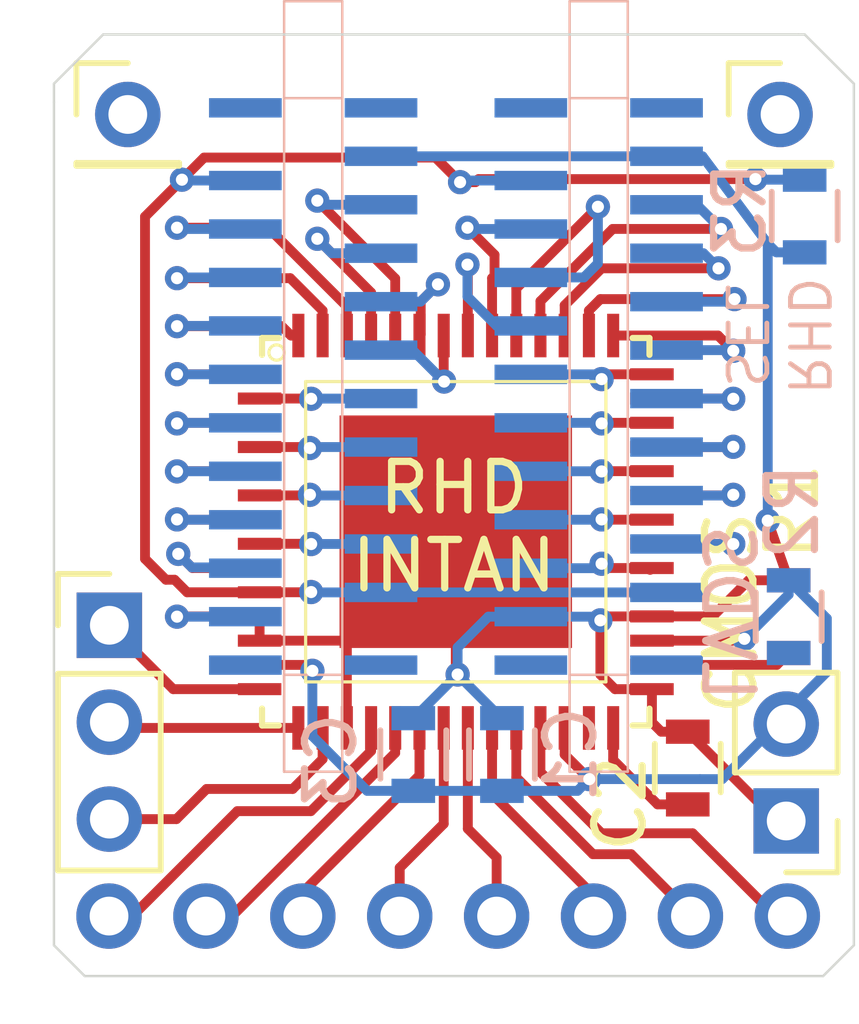
<source format=kicad_pcb>
(kicad_pcb (version 20171130) (host pcbnew "(5.1.6-0-10_14)")

  (general
    (thickness 1.6)
    (drawings 14)
    (tracks 323)
    (zones 0)
    (modules 14)
    (nets 61)
  )

  (page A4)
  (layers
    (0 Top signal)
    (1 Route2 signal)
    (2 Route3 signal)
    (31 Bottom signal)
    (32 B.Adhes user)
    (33 F.Adhes user)
    (34 B.Paste user)
    (35 F.Paste user)
    (36 B.SilkS user)
    (37 F.SilkS user)
    (38 B.Mask user)
    (39 F.Mask user)
    (40 Dwgs.User user hide)
    (41 Cmts.User user hide)
    (42 Eco1.User user hide)
    (43 Eco2.User user hide)
    (44 Edge.Cuts user)
    (45 Margin user hide)
    (46 B.CrtYd user hide)
    (47 F.CrtYd user hide)
    (48 B.Fab user hide)
    (49 F.Fab user hide)
  )

  (setup
    (last_trace_width 0.2032)
    (user_trace_width 0.2032)
    (user_trace_width 0.381)
    (user_trace_width 0.508)
    (trace_clearance 0.1778)
    (zone_clearance 0.254)
    (zone_45_only yes)
    (trace_min 0.2032)
    (via_size 0.5)
    (via_drill 0.25)
    (via_min_size 0.5)
    (via_min_drill 0.1524)
    (uvia_size 0.3)
    (uvia_drill 0.1)
    (uvias_allowed no)
    (uvia_min_size 0.2)
    (uvia_min_drill 0.1)
    (edge_width 0.05)
    (segment_width 0.2)
    (pcb_text_width 0.3)
    (pcb_text_size 1.5 1.5)
    (mod_edge_width 0.15)
    (mod_text_size 1 1)
    (mod_text_width 0.15)
    (pad_size 1.35 1.35)
    (pad_drill 0.8)
    (pad_to_mask_clearance 0.2)
    (aux_axis_origin 0 0)
    (visible_elements 7FFFFFFF)
    (pcbplotparams
      (layerselection 0x010f0_80000001)
      (usegerberextensions false)
      (usegerberattributes true)
      (usegerberadvancedattributes true)
      (creategerberjobfile true)
      (excludeedgelayer true)
      (linewidth 0.100000)
      (plotframeref false)
      (viasonmask false)
      (mode 1)
      (useauxorigin false)
      (hpglpennumber 1)
      (hpglpenspeed 20)
      (hpglpendiameter 15.000000)
      (psnegative false)
      (psa4output false)
      (plotreference false)
      (plotvalue false)
      (plotinvisibletext false)
      (padsonsilk false)
      (subtractmaskfromsilk false)
      (outputformat 1)
      (mirror false)
      (drillshape 0)
      (scaleselection 1)
      (outputdirectory "C:/Users/Paulo/Desktop/Paulo/UFMG/Doutorado/Projetos KICAD/HeadstageNNCPauloV4/Arquivos Gerber Headstage/"))
  )

  (net 0 "")
  (net 1 VCC)
  (net 2 GND)
  (net 3 /N$42)
  (net 4 "Net-(J1-Pad42)")
  (net 5 "Net-(J1-Pad43)")
  (net 6 "Net-(J1-Pad41)")
  (net 7 REF_ELECTRODE)
  (net 8 CH0)
  (net 9 CH1)
  (net 10 CH2)
  (net 11 CH3)
  (net 12 CH4)
  (net 13 CH5)
  (net 14 CH6)
  (net 15 CH7)
  (net 16 CH8)
  (net 17 CH9)
  (net 18 CH10)
  (net 19 CH11)
  (net 20 CH12)
  (net 21 CH13)
  (net 22 CH14)
  (net 23 CH15)
  (net 24 CH16)
  (net 25 CH17)
  (net 26 "Net-(J1-Pad40)")
  (net 27 "Net-(J2-Pad43)")
  (net 28 "Net-(J2-Pad41)")
  (net 29 CH18)
  (net 30 CH19)
  (net 31 CH20)
  (net 32 CH21)
  (net 33 CH22)
  (net 34 CH23)
  (net 35 CH24)
  (net 36 CH25)
  (net 37 CH26)
  (net 38 CH27)
  (net 39 CH28)
  (net 40 CH29)
  (net 41 CH30)
  (net 42 CH31)
  (net 43 "Net-(J2-Pad40)")
  (net 44 AUXIN1)
  (net 45 AUXIN2)
  (net 46 AUXIN3)
  (net 47 ~CS~-)
  (net 48 ~CS~+)
  (net 49 SCLK-)
  (net 50 SCLK+)
  (net 51 MOSI-)
  (net 52 MOSI+)
  (net 53 MISO-)
  (net 54 MISO+)
  (net 55 "Net-(R1-Pad2)")
  (net 56 /N$43)
  (net 57 "Net-(U1-Pad33)")
  (net 58 "Net-(J2-Pad42)")
  (net 59 "Net-(J6-Pad1)")
  (net 60 "Net-(J7-Pad1)")

  (net_class Default "This is the default net class."
    (clearance 0.1778)
    (trace_width 0.2032)
    (via_dia 0.5)
    (via_drill 0.25)
    (uvia_dia 0.3)
    (uvia_drill 0.1)
    (add_net /N$42)
    (add_net /N$43)
    (add_net AUXIN1)
    (add_net AUXIN2)
    (add_net AUXIN3)
    (add_net CH0)
    (add_net CH1)
    (add_net CH10)
    (add_net CH11)
    (add_net CH12)
    (add_net CH13)
    (add_net CH14)
    (add_net CH15)
    (add_net CH16)
    (add_net CH17)
    (add_net CH18)
    (add_net CH19)
    (add_net CH2)
    (add_net CH20)
    (add_net CH21)
    (add_net CH22)
    (add_net CH23)
    (add_net CH24)
    (add_net CH25)
    (add_net CH26)
    (add_net CH27)
    (add_net CH28)
    (add_net CH29)
    (add_net CH3)
    (add_net CH30)
    (add_net CH31)
    (add_net CH4)
    (add_net CH5)
    (add_net CH6)
    (add_net CH7)
    (add_net CH8)
    (add_net CH9)
    (add_net GND)
    (add_net MISO+)
    (add_net MISO-)
    (add_net MOSI+)
    (add_net MOSI-)
    (add_net "Net-(J1-Pad40)")
    (add_net "Net-(J1-Pad41)")
    (add_net "Net-(J1-Pad42)")
    (add_net "Net-(J1-Pad43)")
    (add_net "Net-(J2-Pad40)")
    (add_net "Net-(J2-Pad41)")
    (add_net "Net-(J2-Pad42)")
    (add_net "Net-(J2-Pad43)")
    (add_net "Net-(J6-Pad1)")
    (add_net "Net-(J7-Pad1)")
    (add_net "Net-(R1-Pad2)")
    (add_net "Net-(U1-Pad33)")
    (add_net REF_ELECTRODE)
    (add_net SCLK+)
    (add_net SCLK-)
    (add_net VCC)
    (add_net ~CS~+)
    (add_net ~CS~-)
  )

  (module Resistors_SMD:R_0603 (layer Bottom) (tedit 6039C3F4) (tstamp 5B06A4B6)
    (at 155.702 98.4885 90)
    (descr "Resistor SMD 0603, reflow soldering, Vishay (see dcrcw.pdf)")
    (tags "resistor 0603")
    (path /5B06A65F)
    (attr smd)
    (fp_text reference R3 (at 0.127 -1.3335 90) (layer B.SilkS)
      (effects (font (size 1 1) (thickness 0.15)) (justify mirror))
    )
    (fp_text value 0 (at 0.6985 4.7625 180) (layer Dwgs.User)
      (effects (font (size 1 1) (thickness 0.15)))
    )
    (fp_line (start -0.8 -0.4) (end -0.8 0.4) (layer B.Fab) (width 0.1))
    (fp_line (start 0.8 -0.4) (end -0.8 -0.4) (layer B.Fab) (width 0.1))
    (fp_line (start 0.8 0.4) (end 0.8 -0.4) (layer B.Fab) (width 0.1))
    (fp_line (start -0.8 0.4) (end 0.8 0.4) (layer B.Fab) (width 0.1))
    (fp_line (start 0.5 -0.68) (end -0.5 -0.68) (layer B.SilkS) (width 0.12))
    (fp_line (start -0.5 0.68) (end 0.5 0.68) (layer B.SilkS) (width 0.12))
    (fp_line (start -1.25 0.7) (end 1.25 0.7) (layer B.CrtYd) (width 0.05))
    (fp_line (start -1.25 0.7) (end -1.25 -0.7) (layer B.CrtYd) (width 0.05))
    (fp_line (start 1.25 -0.7) (end 1.25 0.7) (layer B.CrtYd) (width 0.05))
    (fp_line (start 1.25 -0.7) (end -1.25 -0.7) (layer B.CrtYd) (width 0.05))
    (fp_text user %R (at 0 0 90) (layer B.Fab)
      (effects (font (size 0.4 0.4) (thickness 0.075)) (justify mirror))
    )
    (pad 1 smd rect (at -0.75 0 90) (size 0.5 0.9) (layers Bottom B.Paste B.Mask)
      (net 2 GND))
    (pad 2 smd rect (at 0.75 0 90) (size 0.5 0.9) (layers Bottom B.Paste B.Mask)
      (net 7 REF_ELECTRODE))
  )

  (module Resistors_SMD:R_0603 (layer Top) (tedit 6039C3BC) (tstamp 5AD3BC71)
    (at 155.3718 106.7562 270)
    (descr "Resistor SMD 0603, reflow soldering, Vishay (see dcrcw.pdf)")
    (tags "resistor 0603")
    (path /5AC66076)
    (attr smd)
    (fp_text reference R1 (at -2.1717 -0.0762 270) (layer F.SilkS)
      (effects (font (size 1 1) (thickness 0.15)))
    )
    (fp_text value 0 (at -0.9652 -2.7432) (layer Dwgs.User)
      (effects (font (size 1 1) (thickness 0.15)))
    )
    (fp_line (start -0.8 0.4) (end -0.8 -0.4) (layer F.Fab) (width 0.1))
    (fp_line (start 0.8 0.4) (end -0.8 0.4) (layer F.Fab) (width 0.1))
    (fp_line (start 0.8 -0.4) (end 0.8 0.4) (layer F.Fab) (width 0.1))
    (fp_line (start -0.8 -0.4) (end 0.8 -0.4) (layer F.Fab) (width 0.1))
    (fp_line (start 0.5 0.68) (end -0.5 0.68) (layer F.SilkS) (width 0.12))
    (fp_line (start -0.5 -0.68) (end 0.5 -0.68) (layer F.SilkS) (width 0.12))
    (fp_line (start -1.25 -0.7) (end 1.25 -0.7) (layer F.CrtYd) (width 0.05))
    (fp_line (start -1.25 -0.7) (end -1.25 0.7) (layer F.CrtYd) (width 0.05))
    (fp_line (start 1.25 0.7) (end 1.25 -0.7) (layer F.CrtYd) (width 0.05))
    (fp_line (start 1.25 0.7) (end -1.25 0.7) (layer F.CrtYd) (width 0.05))
    (fp_text user %R (at 0 0 270) (layer F.Fab)
      (effects (font (size 0.4 0.4) (thickness 0.075)))
    )
    (pad 1 smd rect (at -0.75 0 270) (size 0.5 0.9) (layers Top F.Paste F.Mask)
      (net 2 GND))
    (pad 2 smd rect (at 0.75 0 270) (size 0.5 0.9) (layers Top F.Paste F.Mask)
      (net 55 "Net-(R1-Pad2)"))
  )

  (module NNClib:FFCfemale20 (layer Bottom) (tedit 6039C1FB) (tstamp 5AC77ACA)
    (at 149.3012 106.7562 90)
    (path /5AC653A2)
    (fp_text reference J2 (at -11.7348 1.9558 180) (layer Dwgs.User)
      (effects (font (size 1 1) (thickness 0.15)))
    )
    (fp_text value FFCfemale20 (at 3.6322 14.9098 180) (layer Dwgs.User)
      (effects (font (size 1 1) (thickness 0.15)))
    )
    (fp_line (start 10.7 1.55) (end 12.7 1.55) (layer B.SilkS) (width 0.0508))
    (fp_line (start 12.7 1.55) (end 12.7 2.75) (layer B.SilkS) (width 0.0508))
    (fp_line (start 10.7 2.75) (end 12.7 2.75) (layer B.SilkS) (width 0.0508))
    (fp_line (start -1.2 2.75) (end -3.2 2.75) (layer B.SilkS) (width 0.0508))
    (fp_line (start -3.2 2.75) (end -3.2 1.55) (layer B.SilkS) (width 0.0508))
    (fp_line (start -1.2 1.55) (end -3.2 1.55) (layer B.SilkS) (width 0.0508))
    (fp_line (start -3.2 1.55) (end -1.2 1.55) (layer B.SilkS) (width 0.0508))
    (fp_line (start 10.7 1.55) (end -1.2 1.55) (layer B.SilkS) (width 0.0508))
    (fp_line (start -1.2 1.55) (end -1.2 2.75) (layer B.SilkS) (width 0.0508))
    (fp_line (start -1.2 2.75) (end 10.7 2.75) (layer B.SilkS) (width 0.0508))
    (fp_line (start 10.7 2.75) (end 10.7 1.55) (layer B.SilkS) (width 0.0508))
    (pad 42 smd rect (at 10.5 0.75 90) (size 0.4 1.5) (layers Bottom B.Paste B.Mask)
      (net 58 "Net-(J2-Pad42)"))
    (pad 43 smd rect (at 10.5 3.55 90) (size 0.4 1.5) (layers Bottom B.Paste B.Mask)
      (net 27 "Net-(J2-Pad43)"))
    (pad 41 smd rect (at -1 3.55 90) (size 0.4 1.5) (layers Bottom B.Paste B.Mask)
      (net 28 "Net-(J2-Pad41)"))
    (pad 1 smd rect (at 0 0.75 270) (size 0.4 1.5) (layers Bottom B.Paste B.Mask)
      (net 2 GND))
    (pad 3 smd rect (at 1 0.75 270) (size 0.4 1.5) (layers Bottom B.Paste B.Mask)
      (net 42 CH31))
    (pad 5 smd rect (at 2 0.75 270) (size 0.4 1.5) (layers Bottom B.Paste B.Mask)
      (net 40 CH29))
    (pad 7 smd rect (at 3 0.75 270) (size 0.4 1.5) (layers Bottom B.Paste B.Mask)
      (net 38 CH27))
    (pad 9 smd rect (at 4 0.75 270) (size 0.4 1.5) (layers Bottom B.Paste B.Mask)
      (net 36 CH25))
    (pad 11 smd rect (at 5 0.75 270) (size 0.4 1.5) (layers Bottom B.Paste B.Mask)
      (net 34 CH23))
    (pad 13 smd rect (at 6 0.75 270) (size 0.4 1.5) (layers Bottom B.Paste B.Mask)
      (net 24 CH16))
    (pad 15 smd rect (at 7 0.75 270) (size 0.4 1.5) (layers Bottom B.Paste B.Mask)
      (net 29 CH18))
    (pad 17 smd rect (at 8 0.75 270) (size 0.4 1.5) (layers Bottom B.Paste B.Mask)
      (net 25 CH17))
    (pad 19 smd rect (at 9 0.75 270) (size 0.4 1.5) (layers Bottom B.Paste B.Mask)
      (net 7 REF_ELECTRODE))
    (pad 2 smd rect (at 0.5 3.55 270) (size 0.4 1.5) (layers Bottom B.Paste B.Mask)
      (net 7 REF_ELECTRODE))
    (pad 4 smd rect (at 1.5 3.55 270) (size 0.4 1.5) (layers Bottom B.Paste B.Mask)
      (net 41 CH30))
    (pad 6 smd rect (at 2.5 3.55 270) (size 0.4 1.5) (layers Bottom B.Paste B.Mask)
      (net 39 CH28))
    (pad 8 smd rect (at 3.5 3.55 270) (size 0.4 1.5) (layers Bottom B.Paste B.Mask)
      (net 37 CH26))
    (pad 10 smd rect (at 4.5 3.55 270) (size 0.4 1.5) (layers Bottom B.Paste B.Mask)
      (net 35 CH24))
    (pad 12 smd rect (at 5.5 3.55 270) (size 0.4 1.5) (layers Bottom B.Paste B.Mask)
      (net 33 CH22))
    (pad 14 smd rect (at 6.5 3.55 270) (size 0.4 1.5) (layers Bottom B.Paste B.Mask)
      (net 32 CH21))
    (pad 16 smd rect (at 7.5 3.55 270) (size 0.4 1.5) (layers Bottom B.Paste B.Mask)
      (net 31 CH20))
    (pad 18 smd rect (at 8.5 3.55 270) (size 0.4 1.5) (layers Bottom B.Paste B.Mask)
      (net 30 CH19))
    (pad 20 smd rect (at 9.5 3.55 270) (size 0.4 1.5) (layers Bottom B.Paste B.Mask)
      (net 2 GND))
    (pad 40 smd rect (at -1 0.75 90) (size 0.4 1.5) (layers Bottom B.Paste B.Mask)
      (net 43 "Net-(J2-Pad40)"))
    (model ${KISYS3DMOD}/FFC2A3224T/FFC2A32-24-T.stp
      (offset (xyz 4.8 2.1 0))
      (scale (xyz 0.85 0.9 1))
      (rotate (xyz -90 0 0))
    )
  )

  (module NNClib:FFCfemale20 (layer Bottom) (tedit 6039C185) (tstamp 5AC77AA3)
    (at 143.4084 106.7562 90)
    (path /5AC65309)
    (fp_text reference J1 (at -11.7348 5.3086 180) (layer Dwgs.User)
      (effects (font (size 1 1) (thickness 0.15)))
    )
    (fp_text value FFCfemale20 (at 6.6802 21.3106 180) (layer Dwgs.User)
      (effects (font (size 1 1) (thickness 0.15)))
    )
    (fp_line (start 10.7 1.55) (end 12.7 1.55) (layer B.SilkS) (width 0.0508))
    (fp_line (start 12.7 1.55) (end 12.7 2.75) (layer B.SilkS) (width 0.0508))
    (fp_line (start 10.7 2.75) (end 12.7 2.75) (layer B.SilkS) (width 0.0508))
    (fp_line (start -1.2 2.75) (end -3.2 2.75) (layer B.SilkS) (width 0.0508))
    (fp_line (start -3.2 2.75) (end -3.2 1.55) (layer B.SilkS) (width 0.0508))
    (fp_line (start -1.2 1.55) (end -3.2 1.55) (layer B.SilkS) (width 0.0508))
    (fp_line (start -3.2 1.55) (end -1.2 1.55) (layer B.SilkS) (width 0.0508))
    (fp_line (start 10.7 1.55) (end -1.2 1.55) (layer B.SilkS) (width 0.0508))
    (fp_line (start -1.2 1.55) (end -1.2 2.75) (layer B.SilkS) (width 0.0508))
    (fp_line (start -1.2 2.75) (end 10.7 2.75) (layer B.SilkS) (width 0.0508))
    (fp_line (start 10.7 2.75) (end 10.7 1.55) (layer B.SilkS) (width 0.0508))
    (pad 42 smd rect (at 10.5 0.75 90) (size 0.4 1.5) (layers Bottom B.Paste B.Mask)
      (net 4 "Net-(J1-Pad42)"))
    (pad 43 smd rect (at 10.5 3.55 90) (size 0.4 1.5) (layers Bottom B.Paste B.Mask)
      (net 5 "Net-(J1-Pad43)"))
    (pad 41 smd rect (at -1 3.55 90) (size 0.4 1.5) (layers Bottom B.Paste B.Mask)
      (net 6 "Net-(J1-Pad41)"))
    (pad 1 smd rect (at 0 0.75 270) (size 0.4 1.5) (layers Bottom B.Paste B.Mask)
      (net 2 GND))
    (pad 3 smd rect (at 1 0.75 270) (size 0.4 1.5) (layers Bottom B.Paste B.Mask)
      (net 8 CH0))
    (pad 5 smd rect (at 2 0.75 270) (size 0.4 1.5) (layers Bottom B.Paste B.Mask)
      (net 10 CH2))
    (pad 7 smd rect (at 3 0.75 270) (size 0.4 1.5) (layers Bottom B.Paste B.Mask)
      (net 12 CH4))
    (pad 9 smd rect (at 4 0.75 270) (size 0.4 1.5) (layers Bottom B.Paste B.Mask)
      (net 14 CH6))
    (pad 11 smd rect (at 5 0.75 270) (size 0.4 1.5) (layers Bottom B.Paste B.Mask)
      (net 16 CH8))
    (pad 13 smd rect (at 6 0.75 270) (size 0.4 1.5) (layers Bottom B.Paste B.Mask)
      (net 17 CH9))
    (pad 15 smd rect (at 7 0.75 270) (size 0.4 1.5) (layers Bottom B.Paste B.Mask)
      (net 18 CH10))
    (pad 17 smd rect (at 8 0.75 270) (size 0.4 1.5) (layers Bottom B.Paste B.Mask)
      (net 19 CH11))
    (pad 19 smd rect (at 9 0.75 270) (size 0.4 1.5) (layers Bottom B.Paste B.Mask)
      (net 7 REF_ELECTRODE))
    (pad 2 smd rect (at 0.5 3.55 270) (size 0.4 1.5) (layers Bottom B.Paste B.Mask)
      (net 7 REF_ELECTRODE))
    (pad 4 smd rect (at 1.5 3.55 270) (size 0.4 1.5) (layers Bottom B.Paste B.Mask)
      (net 9 CH1))
    (pad 6 smd rect (at 2.5 3.55 270) (size 0.4 1.5) (layers Bottom B.Paste B.Mask)
      (net 11 CH3))
    (pad 8 smd rect (at 3.5 3.55 270) (size 0.4 1.5) (layers Bottom B.Paste B.Mask)
      (net 13 CH5))
    (pad 10 smd rect (at 4.5 3.55 270) (size 0.4 1.5) (layers Bottom B.Paste B.Mask)
      (net 15 CH7))
    (pad 12 smd rect (at 5.5 3.55 270) (size 0.4 1.5) (layers Bottom B.Paste B.Mask)
      (net 23 CH15))
    (pad 14 smd rect (at 6.5 3.55 270) (size 0.4 1.5) (layers Bottom B.Paste B.Mask)
      (net 22 CH14))
    (pad 16 smd rect (at 7.5 3.55 270) (size 0.4 1.5) (layers Bottom B.Paste B.Mask)
      (net 20 CH12))
    (pad 18 smd rect (at 8.5 3.55 270) (size 0.4 1.5) (layers Bottom B.Paste B.Mask)
      (net 21 CH13))
    (pad 20 smd rect (at 9.5 3.55 270) (size 0.4 1.5) (layers Bottom B.Paste B.Mask)
      (net 2 GND))
    (pad 40 smd rect (at -1 0.75 90) (size 0.4 1.5) (layers Bottom B.Paste B.Mask)
      (net 26 "Net-(J1-Pad40)"))
    (model ${KISYS3DMOD}/FFC2A3224T/FFC2A32-24-T.stp
      (offset (xyz 4.8 2.1 0))
      (scale (xyz 0.85 0.9 1))
      (rotate (xyz -90 0 0))
    )
  )

  (module Resistors_SMD:R_0603 (layer Bottom) (tedit 6039A7D4) (tstamp 5AD3BC82)
    (at 155.3718 106.7562 270)
    (descr "Resistor SMD 0603, reflow soldering, Vishay (see dcrcw.pdf)")
    (tags "resistor 0603")
    (path /5AC660C3)
    (attr smd)
    (fp_text reference R2 (at -2.1717 -0.0762 90) (layer B.SilkS)
      (effects (font (size 1 1) (thickness 0.15)) (justify mirror))
    )
    (fp_text value 0 (at 0.6858 -2.7432) (layer Dwgs.User)
      (effects (font (size 1 1) (thickness 0.15)))
    )
    (fp_line (start -0.8 -0.4) (end -0.8 0.4) (layer B.Fab) (width 0.1))
    (fp_line (start 0.8 -0.4) (end -0.8 -0.4) (layer B.Fab) (width 0.1))
    (fp_line (start 0.8 0.4) (end 0.8 -0.4) (layer B.Fab) (width 0.1))
    (fp_line (start -0.8 0.4) (end 0.8 0.4) (layer B.Fab) (width 0.1))
    (fp_line (start 0.5 -0.68) (end -0.5 -0.68) (layer B.SilkS) (width 0.12))
    (fp_line (start -0.5 0.68) (end 0.5 0.68) (layer B.SilkS) (width 0.12))
    (fp_line (start -1.25 0.7) (end 1.25 0.7) (layer B.CrtYd) (width 0.05))
    (fp_line (start -1.25 0.7) (end -1.25 -0.7) (layer B.CrtYd) (width 0.05))
    (fp_line (start 1.25 -0.7) (end 1.25 0.7) (layer B.CrtYd) (width 0.05))
    (fp_line (start 1.25 -0.7) (end -1.25 -0.7) (layer B.CrtYd) (width 0.05))
    (fp_text user %R (at 0 0 90) (layer B.Fab)
      (effects (font (size 0.4 0.4) (thickness 0.075)) (justify mirror))
    )
    (pad 1 smd rect (at -0.75 0 270) (size 0.5 0.9) (layers Bottom B.Paste B.Mask)
      (net 1 VCC))
    (pad 2 smd rect (at 0.75 0 270) (size 0.5 0.9) (layers Bottom B.Paste B.Mask)
      (net 55 "Net-(R1-Pad2)"))
    (model ${KISYS3DMOD}/Resistor_SMD.3dshapes/R_0603_1608Metric.step
      (at (xyz 0 0 0))
      (scale (xyz 1 1 1))
      (rotate (xyz 0 0 0))
    )
  )

  (module Resistors_SMD:R_0603 (layer Bottom) (tedit 6039A749) (tstamp 5AD3BC60)
    (at 147.6248 109.601 90)
    (descr "Resistor SMD 0603, reflow soldering, Vishay (see dcrcw.pdf)")
    (tags "resistor 0603")
    (path /576BDBCF)
    (attr smd)
    (fp_text reference C3 (at -0.127 -1.7018 270) (layer B.SilkS)
      (effects (font (size 1 1) (thickness 0.15)) (justify mirror))
    )
    (fp_text value 100n (at -6.35 -0.8128) (layer Dwgs.User)
      (effects (font (size 1 1) (thickness 0.15)))
    )
    (fp_line (start -0.8 -0.4) (end -0.8 0.4) (layer B.Fab) (width 0.1))
    (fp_line (start 0.8 -0.4) (end -0.8 -0.4) (layer B.Fab) (width 0.1))
    (fp_line (start 0.8 0.4) (end 0.8 -0.4) (layer B.Fab) (width 0.1))
    (fp_line (start -0.8 0.4) (end 0.8 0.4) (layer B.Fab) (width 0.1))
    (fp_line (start 0.5 -0.68) (end -0.5 -0.68) (layer B.SilkS) (width 0.12))
    (fp_line (start -0.5 0.68) (end 0.5 0.68) (layer B.SilkS) (width 0.12))
    (fp_line (start -1.25 0.7) (end 1.25 0.7) (layer B.CrtYd) (width 0.05))
    (fp_line (start -1.25 0.7) (end -1.25 -0.7) (layer B.CrtYd) (width 0.05))
    (fp_line (start 1.25 -0.7) (end 1.25 0.7) (layer B.CrtYd) (width 0.05))
    (fp_line (start 1.25 -0.7) (end -1.25 -0.7) (layer B.CrtYd) (width 0.05))
    (fp_text user %R (at 0 0 90) (layer B.Fab)
      (effects (font (size 0.4 0.4) (thickness 0.075)) (justify mirror))
    )
    (pad 1 smd rect (at -0.75 0 90) (size 0.5 0.9) (layers Bottom B.Paste B.Mask)
      (net 1 VCC))
    (pad 2 smd rect (at 0.75 0 90) (size 0.5 0.9) (layers Bottom B.Paste B.Mask)
      (net 2 GND))
    (model ${KISYS3DMOD}/Resistors_SMD.3dshapes/R_0603.wrl
      (at (xyz 0 0 0))
      (scale (xyz 1 1 1))
      (rotate (xyz 0 0 0))
    )
    (model ${KISYS3DMOD}/NNClib3d/C_0603.wrl
      (at (xyz 0 0 0))
      (scale (xyz 1 1 1))
      (rotate (xyz 0 0 0))
    )
  )

  (module Resistors_SMD:R_0603 (layer Top) (tedit 6039A730) (tstamp 5AD3BC4F)
    (at 153.289 109.8804 90)
    (descr "Resistor SMD 0603, reflow soldering, Vishay (see dcrcw.pdf)")
    (tags "resistor 0603")
    (path /57309159)
    (attr smd)
    (fp_text reference C2 (at -0.7366 -1.397 90) (layer F.SilkS)
      (effects (font (size 1 1) (thickness 0.15)))
    )
    (fp_text value 10n (at 0.2794 11.557) (layer Dwgs.User)
      (effects (font (size 1 1) (thickness 0.15)))
    )
    (fp_line (start -0.8 0.4) (end -0.8 -0.4) (layer F.Fab) (width 0.1))
    (fp_line (start 0.8 0.4) (end -0.8 0.4) (layer F.Fab) (width 0.1))
    (fp_line (start 0.8 -0.4) (end 0.8 0.4) (layer F.Fab) (width 0.1))
    (fp_line (start -0.8 -0.4) (end 0.8 -0.4) (layer F.Fab) (width 0.1))
    (fp_line (start 0.5 0.68) (end -0.5 0.68) (layer F.SilkS) (width 0.12))
    (fp_line (start -0.5 -0.68) (end 0.5 -0.68) (layer F.SilkS) (width 0.12))
    (fp_line (start -1.25 -0.7) (end 1.25 -0.7) (layer F.CrtYd) (width 0.05))
    (fp_line (start -1.25 -0.7) (end -1.25 0.7) (layer F.CrtYd) (width 0.05))
    (fp_line (start 1.25 0.7) (end 1.25 -0.7) (layer F.CrtYd) (width 0.05))
    (fp_line (start 1.25 0.7) (end -1.25 0.7) (layer F.CrtYd) (width 0.05))
    (fp_text user %R (at 0 0 90) (layer F.Fab)
      (effects (font (size 0.4 0.4) (thickness 0.075)))
    )
    (pad 1 smd rect (at -0.75 0 90) (size 0.5 0.9) (layers Top F.Paste F.Mask)
      (net 3 /N$42))
    (pad 2 smd rect (at 0.75 0 90) (size 0.5 0.9) (layers Top F.Paste F.Mask)
      (net 2 GND))
    (model ${KISYS3DMOD}/Resistors_SMD.3dshapes/R_0603.wrl
      (at (xyz 0 0 0))
      (scale (xyz 1 1 1))
      (rotate (xyz 0 0 0))
    )
    (model ${KISYS3DMOD}/NNClib3d/C_0603.wrl
      (at (xyz 0 0 0))
      (scale (xyz 1 1 1))
      (rotate (xyz 0 0 0))
    )
  )

  (module Resistors_SMD:R_0603 (layer Bottom) (tedit 6039A707) (tstamp 5AD3BC3E)
    (at 149.4536 109.601 90)
    (descr "Resistor SMD 0603, reflow soldering, Vishay (see dcrcw.pdf)")
    (tags "resistor 0603")
    (path /57309091)
    (attr smd)
    (fp_text reference C1 (at 0 1.4224 270) (layer B.SilkS)
      (effects (font (size 1 1) (thickness 0.15)) (justify mirror))
    )
    (fp_text value 100n (at -6.223 2.5654) (layer Dwgs.User)
      (effects (font (size 1 1) (thickness 0.15)))
    )
    (fp_line (start -0.8 -0.4) (end -0.8 0.4) (layer B.Fab) (width 0.1))
    (fp_line (start 0.8 -0.4) (end -0.8 -0.4) (layer B.Fab) (width 0.1))
    (fp_line (start 0.8 0.4) (end 0.8 -0.4) (layer B.Fab) (width 0.1))
    (fp_line (start -0.8 0.4) (end 0.8 0.4) (layer B.Fab) (width 0.1))
    (fp_line (start 0.5 -0.68) (end -0.5 -0.68) (layer B.SilkS) (width 0.12))
    (fp_line (start -0.5 0.68) (end 0.5 0.68) (layer B.SilkS) (width 0.12))
    (fp_line (start -1.25 0.7) (end 1.25 0.7) (layer B.CrtYd) (width 0.05))
    (fp_line (start -1.25 0.7) (end -1.25 -0.7) (layer B.CrtYd) (width 0.05))
    (fp_line (start 1.25 -0.7) (end 1.25 0.7) (layer B.CrtYd) (width 0.05))
    (fp_line (start 1.25 -0.7) (end -1.25 -0.7) (layer B.CrtYd) (width 0.05))
    (fp_text user %R (at 0 0 90) (layer B.Fab)
      (effects (font (size 0.4 0.4) (thickness 0.075)) (justify mirror))
    )
    (pad 1 smd rect (at -0.75 0 90) (size 0.5 0.9) (layers Bottom B.Paste B.Mask)
      (net 1 VCC))
    (pad 2 smd rect (at 0.75 0 90) (size 0.5 0.9) (layers Bottom B.Paste B.Mask)
      (net 2 GND))
    (model ${KISYS3DMOD}/Resistors_SMD.3dshapes/R_0603.wrl
      (at (xyz 0 0 0))
      (scale (xyz 1 1 1))
      (rotate (xyz 0 0 0))
    )
    (model ${KISYS3DMOD}/NNClib3d/C_0603.wrl
      (at (xyz 0 0 0))
      (scale (xyz 1 1 1))
      (rotate (xyz 0 0 0))
    )
  )

  (module NNClib:RHD2000-QFN56_8_X_8_LARGE (layer Top) (tedit 6039A5CA) (tstamp 5AC77B7D)
    (at 148.5011 105.0036)
    (path /5AC64383)
    (attr smd)
    (fp_text reference U1 (at -4.2291 13.4874) (layer Dwgs.User)
      (effects (font (size 1.27 1.27) (thickness 0.1016)))
    )
    (fp_text value RHD2132_QFN (at -24.5011 -11.0036) (layer Dwgs.User)
      (effects (font (size 1.524 1.524) (thickness 0.15)))
    )
    (fp_line (start -3.0988 3.0988) (end 3.0988 3.0988) (layer F.SilkS) (width 0.06604))
    (fp_line (start 3.0988 3.0988) (end 3.0988 -3.0988) (layer F.SilkS) (width 0.06604))
    (fp_line (start -3.0988 -3.0988) (end 3.0988 -3.0988) (layer F.SilkS) (width 0.06604))
    (fp_line (start -3.0988 3.0988) (end -3.0988 -3.0988) (layer F.SilkS) (width 0.06604))
    (fp_line (start -3.99796 -3.99796) (end -3.64998 -3.99796) (layer F.SilkS) (width 0.127))
    (fp_line (start -3.99796 -3.99796) (end -3.99796 -3.64998) (layer F.SilkS) (width 0.127))
    (fp_line (start 3.99796 -3.99796) (end 3.64998 -3.99796) (layer F.SilkS) (width 0.127))
    (fp_line (start 3.99796 -3.99796) (end 3.99796 -3.64998) (layer F.SilkS) (width 0.127))
    (fp_line (start -3.99796 3.99796) (end -3.99796 3.64998) (layer F.SilkS) (width 0.127))
    (fp_line (start -3.99796 3.99796) (end -3.64998 3.99796) (layer F.SilkS) (width 0.127))
    (fp_line (start 3.99796 3.99796) (end 3.99796 3.64998) (layer F.SilkS) (width 0.127))
    (fp_line (start 3.99796 3.99796) (end 3.64998 3.99796) (layer F.SilkS) (width 0.127))
    (fp_circle (center -3.69768 -3.69768) (end -3.80944 -3.80944) (layer F.SilkS) (width 0.0635))
    (pad 1 smd rect (at -4.04876 -3.24866) (size 0.89916 0.24892) (layers Top F.Paste F.Mask)
      (net 16 CH8))
    (pad 2 smd rect (at -4.04876 -2.74828) (size 0.89916 0.24892) (layers Top F.Paste F.Mask)
      (net 15 CH7))
    (pad 3 smd rect (at -4.04876 -2.2479) (size 0.89916 0.24892) (layers Top F.Paste F.Mask)
      (net 14 CH6))
    (pad 4 smd rect (at -4.04876 -1.74752) (size 0.89916 0.24892) (layers Top F.Paste F.Mask)
      (net 13 CH5))
    (pad 5 smd rect (at -4.04876 -1.24968) (size 0.89916 0.24892) (layers Top F.Paste F.Mask)
      (net 12 CH4))
    (pad 6 smd rect (at -4.04876 -0.7493) (size 0.89916 0.24892) (layers Top F.Paste F.Mask)
      (net 11 CH3))
    (pad 7 smd rect (at -4.04876 -0.24892) (size 0.89916 0.24892) (layers Top F.Paste F.Mask)
      (net 10 CH2))
    (pad 8 smd rect (at -4.04876 0.24892) (size 0.89916 0.24892) (layers Top F.Paste F.Mask)
      (net 9 CH1))
    (pad 9 smd rect (at -4.04876 0.7493) (size 0.89916 0.24892) (layers Top F.Paste F.Mask)
      (net 8 CH0))
    (pad 10 smd rect (at -4.04876 1.24968) (size 0.89916 0.24892) (layers Top F.Paste F.Mask)
      (net 7 REF_ELECTRODE))
    (pad 11 smd rect (at -4.04876 1.74752) (size 0.89916 0.24892) (layers Top F.Paste F.Mask)
      (net 2 GND))
    (pad 12 smd rect (at -4.04876 2.2479) (size 0.89916 0.24892) (layers Top F.Paste F.Mask)
      (net 2 GND))
    (pad 13 smd rect (at -4.04876 2.74828) (size 0.89916 0.24892) (layers Top F.Paste F.Mask)
      (net 1 VCC))
    (pad 14 smd rect (at -4.04876 3.24866) (size 0.89916 0.24892) (layers Top F.Paste F.Mask)
      (net 44 AUXIN1))
    (pad 15 smd rect (at -3.24866 4.04876 90) (size 0.89916 0.24892) (layers Top F.Paste F.Mask)
      (net 45 AUXIN2))
    (pad 16 smd rect (at -2.74828 4.04876 90) (size 0.89916 0.24892) (layers Top F.Paste F.Mask)
      (net 46 AUXIN3))
    (pad 17 smd rect (at -2.2479 4.04876 90) (size 0.89916 0.24892) (layers Top F.Paste F.Mask)
      (net 2 GND))
    (pad 18 smd rect (at -1.74752 4.04876 90) (size 0.89916 0.24892) (layers Top F.Paste F.Mask)
      (net 47 ~CS~-))
    (pad 19 smd rect (at -1.24968 4.04876 90) (size 0.89916 0.24892) (layers Top F.Paste F.Mask)
      (net 48 ~CS~+))
    (pad 20 smd rect (at -0.7493 4.04876 90) (size 0.89916 0.24892) (layers Top F.Paste F.Mask)
      (net 49 SCLK-))
    (pad 21 smd rect (at -0.24892 4.04876 90) (size 0.89916 0.24892) (layers Top F.Paste F.Mask)
      (net 50 SCLK+))
    (pad 22 smd rect (at 0.24892 4.04876 90) (size 0.89916 0.24892) (layers Top F.Paste F.Mask)
      (net 51 MOSI-))
    (pad 23 smd rect (at 0.7493 4.04876 90) (size 0.89916 0.24892) (layers Top F.Paste F.Mask)
      (net 52 MOSI+))
    (pad 24 smd rect (at 1.24968 4.04876 90) (size 0.89916 0.24892) (layers Top F.Paste F.Mask)
      (net 53 MISO-))
    (pad 25 smd rect (at 1.74752 4.04876 90) (size 0.89916 0.24892) (layers Top F.Paste F.Mask)
      (net 54 MISO+))
    (pad 26 smd rect (at 2.2479 4.04876 90) (size 0.89916 0.24892) (layers Top F.Paste F.Mask)
      (net 1 VCC))
    (pad 27 smd rect (at 2.74828 4.04876 90) (size 0.89916 0.24892) (layers Top F.Paste F.Mask)
      (net 56 /N$43))
    (pad 28 smd rect (at 3.24866 4.04876 90) (size 0.89916 0.24892) (layers Top F.Paste F.Mask)
      (net 3 /N$42))
    (pad 29 smd rect (at 4.04876 3.24866) (size 0.89916 0.24892) (layers Top F.Paste F.Mask)
      (net 2 GND))
    (pad 30 smd rect (at 4.04876 2.74828) (size 0.89916 0.24892) (layers Top F.Paste F.Mask)
      (net 55 "Net-(R1-Pad2)"))
    (pad 31 smd rect (at 4.04876 2.2479) (size 0.89916 0.24892) (layers Top F.Paste F.Mask)
      (net 1 VCC))
    (pad 32 smd rect (at 4.04876 1.74752) (size 0.89916 0.24892) (layers Top F.Paste F.Mask)
      (net 2 GND))
    (pad 33 smd rect (at 4.04876 1.24968) (size 0.89916 0.24892) (layers Top F.Paste F.Mask)
      (net 57 "Net-(U1-Pad33)"))
    (pad 34 smd rect (at 4.04876 0.7493) (size 0.89916 0.24892) (layers Top F.Paste F.Mask)
      (net 42 CH31))
    (pad 35 smd rect (at 4.04876 0.24892) (size 0.89916 0.24892) (layers Top F.Paste F.Mask)
      (net 41 CH30))
    (pad 36 smd rect (at 4.04876 -0.24892) (size 0.89916 0.24892) (layers Top F.Paste F.Mask)
      (net 40 CH29))
    (pad 37 smd rect (at 4.04876 -0.7493) (size 0.89916 0.24892) (layers Top F.Paste F.Mask)
      (net 39 CH28))
    (pad 38 smd rect (at 4.04876 -1.24968) (size 0.89916 0.24892) (layers Top F.Paste F.Mask)
      (net 38 CH27))
    (pad 39 smd rect (at 4.04876 -1.74752) (size 0.89916 0.24892) (layers Top F.Paste F.Mask)
      (net 37 CH26))
    (pad 40 smd rect (at 4.04876 -2.2479) (size 0.89916 0.24892) (layers Top F.Paste F.Mask)
      (net 36 CH25))
    (pad 41 smd rect (at 4.04876 -2.74828) (size 0.89916 0.24892) (layers Top F.Paste F.Mask)
      (net 35 CH24))
    (pad 42 smd rect (at 4.04876 -3.24866) (size 0.89916 0.24892) (layers Top F.Paste F.Mask)
      (net 34 CH23))
    (pad 43 smd rect (at 3.24866 -4.04876 90) (size 0.89916 0.24892) (layers Top F.Paste F.Mask)
      (net 33 CH22))
    (pad 44 smd rect (at 2.74828 -4.04876 90) (size 0.89916 0.24892) (layers Top F.Paste F.Mask)
      (net 32 CH21))
    (pad 45 smd rect (at 2.2479 -4.04876 90) (size 0.89916 0.24892) (layers Top F.Paste F.Mask)
      (net 31 CH20))
    (pad 46 smd rect (at 1.74752 -4.04876 90) (size 0.89916 0.24892) (layers Top F.Paste F.Mask)
      (net 30 CH19))
    (pad 47 smd rect (at 1.24968 -4.04876 90) (size 0.89916 0.24892) (layers Top F.Paste F.Mask)
      (net 29 CH18))
    (pad 48 smd rect (at 0.7493 -4.04876 90) (size 0.89916 0.24892) (layers Top F.Paste F.Mask)
      (net 25 CH17))
    (pad 49 smd rect (at 0.24892 -4.04876 90) (size 0.89916 0.24892) (layers Top F.Paste F.Mask)
      (net 24 CH16))
    (pad 50 smd rect (at -0.24892 -4.04876 90) (size 0.89916 0.24892) (layers Top F.Paste F.Mask)
      (net 23 CH15))
    (pad 51 smd rect (at -0.7493 -4.04876 90) (size 0.89916 0.24892) (layers Top F.Paste F.Mask)
      (net 22 CH14))
    (pad 52 smd rect (at -1.24968 -4.04876 90) (size 0.89916 0.24892) (layers Top F.Paste F.Mask)
      (net 21 CH13))
    (pad 53 smd rect (at -1.74752 -4.04876 90) (size 0.89916 0.24892) (layers Top F.Paste F.Mask)
      (net 20 CH12))
    (pad 54 smd rect (at -2.2479 -4.04876 90) (size 0.89916 0.24892) (layers Top F.Paste F.Mask)
      (net 19 CH11))
    (pad 55 smd rect (at -2.74828 -4.04876 90) (size 0.89916 0.24892) (layers Top F.Paste F.Mask)
      (net 18 CH10))
    (pad 56 smd rect (at -3.24866 -4.04876 90) (size 0.89916 0.24892) (layers Top F.Paste F.Mask)
      (net 17 CH9))
    (pad CENT smd rect (at 0 0) (size 4.79806 4.79806) (layers Top F.Paste F.Mask)
      (net 2 GND))
    (model ${KISYS3DMOD}/NNClib3d/RHD2000.wrl
      (at (xyz 0 0 0))
      (scale (xyz 0.4 0.4 0.6))
      (rotate (xyz 0 0 0))
    )
  )

  (module Pin_Headers:Pin_Header_Straight_1x01_Pitch2.00mm (layer Top) (tedit 5AFF1BB7) (tstamp 5AE328E4)
    (at 155.194 96.393)
    (descr "Through hole straight pin header, 1x01, 2.00mm pitch, single row")
    (tags "Through hole pin header THT 1x01 2.00mm single row")
    (path /5AE328E4)
    (fp_text reference J6 (at 6.477 21.971) (layer Dwgs.User)
      (effects (font (size 1 1) (thickness 0.15)))
    )
    (fp_text value Conn_01x01 (at 2.806 -7.393) (layer F.Fab)
      (effects (font (size 1 1) (thickness 0.15)))
    )
    (fp_line (start -0.5 -1) (end 1 -1) (layer F.Fab) (width 0.1))
    (fp_line (start 1 -1) (end 1 1) (layer F.Fab) (width 0.1))
    (fp_line (start 1 1) (end -1 1) (layer F.Fab) (width 0.1))
    (fp_line (start -1 1) (end -1 -0.5) (layer F.Fab) (width 0.1))
    (fp_line (start -1 -0.5) (end -0.5 -1) (layer F.Fab) (width 0.1))
    (fp_line (start -1.06 1.06) (end 1.06 1.06) (layer F.SilkS) (width 0.12))
    (fp_line (start -1.06 1) (end -1.06 1.06) (layer F.SilkS) (width 0.12))
    (fp_line (start 1.06 1) (end 1.06 1.06) (layer F.SilkS) (width 0.12))
    (fp_line (start -1.06 1) (end 1.06 1) (layer F.SilkS) (width 0.12))
    (fp_line (start -1.06 0) (end -1.06 -1.06) (layer F.SilkS) (width 0.12))
    (fp_line (start -1.06 -1.06) (end 0 -1.06) (layer F.SilkS) (width 0.12))
    (fp_line (start -1.5 -1.5) (end -1.5 1.5) (layer F.CrtYd) (width 0.05))
    (fp_line (start -1.5 1.5) (end 1.5 1.5) (layer F.CrtYd) (width 0.05))
    (fp_line (start 1.5 1.5) (end 1.5 -1.5) (layer F.CrtYd) (width 0.05))
    (fp_line (start 1.5 -1.5) (end -1.5 -1.5) (layer F.CrtYd) (width 0.05))
    (fp_text user %R (at 0 0 90) (layer F.Fab)
      (effects (font (size 1 1) (thickness 0.15)))
    )
    (pad 1 thru_hole circle (at 0 0) (size 1.35 1.35) (drill 0.8) (layers *.Cu *.Mask)
      (net 59 "Net-(J6-Pad1)"))
    (model ${KISYS3DMOD}/Pin_Headers.3dshapes/Pin_Header_Straight_1x01_Pitch2.00mm.wrl
      (at (xyz 0 0 0))
      (scale (xyz 1 1 1))
      (rotate (xyz 0 0 0))
    )
  )

  (module NNClib:JumperSPI2 (layer Top) (tedit 5AFF1B4D) (tstamp 5AC7DF47)
    (at 139.3444 114.935)
    (descr "Through hole straight pin header, 1x08, 2.00mm pitch, single row")
    (tags "Through hole pin header THT 1x08 2.00mm single row")
    (path /5AC65C1A)
    (fp_text reference J4 (at 16.9926 3.556) (layer Dwgs.User)
      (effects (font (size 1 1) (thickness 0.15)))
    )
    (fp_text value SPI (at 14.6556 7.065) (layer F.Fab)
      (effects (font (size 1 1) (thickness 0.15)))
    )
    (fp_text user %R (at 6 -7 180) (layer F.Fab)
      (effects (font (size 1 1) (thickness 0.15)))
    )
    (pad 3 thru_hole oval (at 6 -2) (size 1.35 1.35) (drill 0.8) (layers *.Cu *.Mask)
      (net 49 SCLK-))
    (pad 1 thru_hole oval (at 2 -2) (size 1.35 1.35) (drill 0.8) (layers *.Cu *.Mask)
      (net 47 ~CS~-))
    (pad 2 thru_hole oval (at 4 -2) (size 1.35 1.35) (drill 0.8) (layers *.Cu *.Mask)
      (net 48 ~CS~+))
    (pad 4 thru_hole oval (at 8 -2) (size 1.35 1.35) (drill 0.8) (layers *.Cu *.Mask)
      (net 50 SCLK+))
    (pad 5 thru_hole oval (at 10 -2) (size 1.35 1.35) (drill 0.8) (layers *.Cu *.Mask)
      (net 51 MOSI-))
    (pad 6 thru_hole oval (at 12 -2) (size 1.35 1.35) (drill 0.8) (layers *.Cu *.Mask)
      (net 52 MOSI+))
    (pad 7 thru_hole oval (at 14 -2) (size 1.35 1.35) (drill 0.8) (layers *.Cu *.Mask)
      (net 53 MISO-))
    (pad 8 thru_hole oval (at 16 -2) (size 1.35 1.35) (drill 0.8) (layers *.Cu *.Mask)
      (net 54 MISO+))
    (model ${KISYS3DMOD}/Pin_Headers.3dshapes/Pin_Header_Straight_1x08_Pitch2.00mm.wrl
      (offset (xyz 16.00199975967407 2.031999969482422 0))
      (scale (xyz 1 1 1))
      (rotate (xyz 0 0 90))
    )
  )

  (module Pin_Headers:Pin_Header_Straight_1x02_Pitch2.00mm (layer Top) (tedit 5AFF1C41) (tstamp 5AC77B13)
    (at 155.321 110.9726 180)
    (descr "Through hole straight pin header, 1x02, 2.00mm pitch, single row")
    (tags "Through hole pin header THT 1x02 2.00mm single row")
    (path /5AC65C61)
    (fp_text reference J5 (at -3.81 -7.5184 180) (layer Dwgs.User)
      (effects (font (size 1 1) (thickness 0.15)))
    )
    (fp_text value POWER (at -9.679 4.9726 180) (layer Dwgs.User)
      (effects (font (size 1 1) (thickness 0.15)))
    )
    (fp_line (start -0.5 -1) (end 1 -1) (layer F.Fab) (width 0.1))
    (fp_line (start 1 -1) (end 1 3) (layer F.Fab) (width 0.1))
    (fp_line (start 1 3) (end -1 3) (layer F.Fab) (width 0.1))
    (fp_line (start -1 3) (end -1 -0.5) (layer F.Fab) (width 0.1))
    (fp_line (start -1 -0.5) (end -0.5 -1) (layer F.Fab) (width 0.1))
    (fp_line (start -1.06 3.06) (end 1.06 3.06) (layer F.SilkS) (width 0.12))
    (fp_line (start -1.06 1) (end -1.06 3.06) (layer F.SilkS) (width 0.12))
    (fp_line (start 1.06 1) (end 1.06 3.06) (layer F.SilkS) (width 0.12))
    (fp_line (start -1.06 1) (end 1.06 1) (layer F.SilkS) (width 0.12))
    (fp_line (start -1.06 0) (end -1.06 -1.06) (layer F.SilkS) (width 0.12))
    (fp_line (start -1.06 -1.06) (end 0 -1.06) (layer F.SilkS) (width 0.12))
    (fp_line (start -1.5 -1.5) (end -1.5 3.5) (layer F.CrtYd) (width 0.05))
    (fp_line (start -1.5 3.5) (end 1.5 3.5) (layer F.CrtYd) (width 0.05))
    (fp_line (start 1.5 3.5) (end 1.5 -1.5) (layer F.CrtYd) (width 0.05))
    (fp_line (start 1.5 -1.5) (end -1.5 -1.5) (layer F.CrtYd) (width 0.05))
    (fp_text user %R (at 0 1 270) (layer F.Fab)
      (effects (font (size 1 1) (thickness 0.15)))
    )
    (pad 1 thru_hole rect (at 0 0 180) (size 1.35 1.35) (drill 0.8) (layers *.Cu *.Mask)
      (net 2 GND))
    (pad 2 thru_hole oval (at 0 2 180) (size 1.35 1.35) (drill 0.8) (layers *.Cu *.Mask)
      (net 1 VCC))
    (model ${KISYS3DMOD}/Pin_Headers.3dshapes/Pin_Header_Straight_1x02_Pitch2.00mm.wrl
      (at (xyz 0 0 0))
      (scale (xyz 1 1 1))
      (rotate (xyz 0 0 0))
    )
  )

  (module Pin_Headers:Pin_Header_Straight_1x03_Pitch2.00mm (layer Top) (tedit 5AFF1B54) (tstamp 5AC77AE1)
    (at 141.351 106.934)
    (descr "Through hole straight pin header, 1x03, 2.00mm pitch, single row")
    (tags "Through hole pin header THT 1x03 2.00mm single row")
    (path /5AC65EAC)
    (fp_text reference J3 (at 12.319 11.684) (layer Dwgs.User)
      (effects (font (size 1 1) (thickness 0.15)))
    )
    (fp_text value AuxInputs (at -7.351 15.066) (layer F.Fab)
      (effects (font (size 1 1) (thickness 0.15)))
    )
    (fp_line (start -0.5 -1) (end 1 -1) (layer F.Fab) (width 0.1))
    (fp_line (start 1 -1) (end 1 5) (layer F.Fab) (width 0.1))
    (fp_line (start 1 5) (end -1 5) (layer F.Fab) (width 0.1))
    (fp_line (start -1 5) (end -1 -0.5) (layer F.Fab) (width 0.1))
    (fp_line (start -1 -0.5) (end -0.5 -1) (layer F.Fab) (width 0.1))
    (fp_line (start -1.06 5.06) (end 1.06 5.06) (layer F.SilkS) (width 0.12))
    (fp_line (start -1.06 1) (end -1.06 5.06) (layer F.SilkS) (width 0.12))
    (fp_line (start 1.06 1) (end 1.06 5.06) (layer F.SilkS) (width 0.12))
    (fp_line (start -1.06 1) (end 1.06 1) (layer F.SilkS) (width 0.12))
    (fp_line (start -1.06 0) (end -1.06 -1.06) (layer F.SilkS) (width 0.12))
    (fp_line (start -1.06 -1.06) (end 0 -1.06) (layer F.SilkS) (width 0.12))
    (fp_line (start -1.5 -1.5) (end -1.5 5.5) (layer F.CrtYd) (width 0.05))
    (fp_line (start -1.5 5.5) (end 1.5 5.5) (layer F.CrtYd) (width 0.05))
    (fp_line (start 1.5 5.5) (end 1.5 -1.5) (layer F.CrtYd) (width 0.05))
    (fp_line (start 1.5 -1.5) (end -1.5 -1.5) (layer F.CrtYd) (width 0.05))
    (fp_text user %R (at 0 2 90) (layer F.Fab)
      (effects (font (size 1 1) (thickness 0.15)))
    )
    (pad 1 thru_hole rect (at 0 0) (size 1.35 1.35) (drill 0.8) (layers *.Cu *.Mask)
      (net 44 AUXIN1))
    (pad 2 thru_hole oval (at 0 2) (size 1.35 1.35) (drill 0.8) (layers *.Cu *.Mask)
      (net 45 AUXIN2))
    (pad 3 thru_hole oval (at 0 4) (size 1.35 1.35) (drill 0.8) (layers *.Cu *.Mask)
      (net 46 AUXIN3))
    (model ${KISYS3DMOD}/Pin_Headers.3dshapes/Pin_Header_Straight_1x03_Pitch2.00mm.wrl
      (at (xyz 0 0 0))
      (scale (xyz 1 1 1))
      (rotate (xyz 0 0 0))
    )
  )

  (module Pin_Headers:Pin_Header_Straight_1x01_Pitch2.00mm (layer Top) (tedit 5AFF1BBC) (tstamp 5AE328E9)
    (at 141.732 96.393)
    (descr "Through hole straight pin header, 1x01, 2.00mm pitch, single row")
    (tags "Through hole pin header THT 1x01 2.00mm single row")
    (path /5AE3299B)
    (fp_text reference J7 (at 22.733 21.971) (layer Dwgs.User)
      (effects (font (size 1 1) (thickness 0.15)))
    )
    (fp_text value Conn_01x01 (at 1.268 -7.393) (layer F.Fab)
      (effects (font (size 1 1) (thickness 0.15)))
    )
    (fp_line (start -0.5 -1) (end 1 -1) (layer F.Fab) (width 0.1))
    (fp_line (start 1 -1) (end 1 1) (layer F.Fab) (width 0.1))
    (fp_line (start 1 1) (end -1 1) (layer F.Fab) (width 0.1))
    (fp_line (start -1 1) (end -1 -0.5) (layer F.Fab) (width 0.1))
    (fp_line (start -1 -0.5) (end -0.5 -1) (layer F.Fab) (width 0.1))
    (fp_line (start -1.06 1.06) (end 1.06 1.06) (layer F.SilkS) (width 0.12))
    (fp_line (start -1.06 1) (end -1.06 1.06) (layer F.SilkS) (width 0.12))
    (fp_line (start 1.06 1) (end 1.06 1.06) (layer F.SilkS) (width 0.12))
    (fp_line (start -1.06 1) (end 1.06 1) (layer F.SilkS) (width 0.12))
    (fp_line (start -1.06 0) (end -1.06 -1.06) (layer F.SilkS) (width 0.12))
    (fp_line (start -1.06 -1.06) (end 0 -1.06) (layer F.SilkS) (width 0.12))
    (fp_line (start -1.5 -1.5) (end -1.5 1.5) (layer F.CrtYd) (width 0.05))
    (fp_line (start -1.5 1.5) (end 1.5 1.5) (layer F.CrtYd) (width 0.05))
    (fp_line (start 1.5 1.5) (end 1.5 -1.5) (layer F.CrtYd) (width 0.05))
    (fp_line (start 1.5 -1.5) (end -1.5 -1.5) (layer F.CrtYd) (width 0.05))
    (fp_text user %R (at 0 0 90) (layer F.Fab)
      (effects (font (size 1 1) (thickness 0.15)))
    )
    (pad 1 thru_hole circle (at 0 0) (size 1.35 1.35) (drill 0.8) (layers *.Cu *.Mask)
      (net 60 "Net-(J7-Pad1)"))
    (model ${KISYS3DMOD}/Pin_Headers.3dshapes/Pin_Header_Straight_1x01_Pitch2.00mm.wrl
      (at (xyz 0 0 0))
      (scale (xyz 1 1 1))
      (rotate (xyz 0 0 0))
    )
  )

  (gr_text "RHD\nSEL" (at 155.1305 100.965 270) (layer B.SilkS)
    (effects (font (size 0.8 0.8) (thickness 0.1)) (justify mirror))
  )
  (gr_text LVDS (at 154.1145 106.68 270) (layer B.SilkS)
    (effects (font (size 1 1) (thickness 0.15)) (justify mirror))
  )
  (gr_text CMOS (at 154.178 106.68 90) (layer F.SilkS)
    (effects (font (size 1 1) (thickness 0.15)))
  )
  (gr_text "RHD\nINTAN" (at 148.463 104.902) (layer F.SilkS)
    (effects (font (size 1 1) (thickness 0.15)))
  )
  (gr_line (start 156.718 113.538) (end 156.718 95.758) (angle 90) (layer Edge.Cuts) (width 0.05))
  (gr_line (start 140.208 95.758) (end 140.208 96.139) (angle 90) (layer Edge.Cuts) (width 0.05))
  (gr_line (start 155.702 94.742) (end 155.575 94.742) (angle 90) (layer Edge.Cuts) (width 0.05))
  (gr_line (start 156.718 95.758) (end 155.702 94.742) (angle 90) (layer Edge.Cuts) (width 0.05))
  (gr_line (start 141.224 94.742) (end 155.575 94.742) (angle 90) (layer Edge.Cuts) (width 0.05))
  (gr_line (start 140.208 95.758) (end 141.224 94.742) (angle 90) (layer Edge.Cuts) (width 0.05))
  (gr_line (start 140.208 96.139) (end 140.208 113.538) (angle 90) (layer Edge.Cuts) (width 0.05))
  (gr_line (start 140.843 114.173) (end 156.083 114.173) (angle 90) (layer Edge.Cuts) (width 0.05))
  (gr_line (start 140.208 113.538) (end 140.843 114.173) (angle 90) (layer Edge.Cuts) (width 0.05))
  (gr_line (start 156.718 113.538) (end 156.083 114.173) (angle 90) (layer Edge.Cuts) (width 0.05))

  (segment (start 144.45234 107.75188) (end 145.42008 107.75188) (width 0.2032) (layer Top) (net 1))
  (segment (start 146.673 110.351) (end 147.6248 110.351) (width 0.2032) (layer Bottom) (net 1) (tstamp 5AD3F4E1))
  (segment (start 145.542 109.22) (end 146.673 110.351) (width 0.2032) (layer Bottom) (net 1) (tstamp 5AD3F4D6))
  (segment (start 145.542 107.8738) (end 145.542 109.22) (width 0.2032) (layer Bottom) (net 1) (tstamp 5AD3F4D5))
  (via (at 145.542 107.8738) (size 0.5) (drill 0.25) (layers Top Bottom) (net 1))
  (segment (start 145.42008 107.75188) (end 145.542 107.8738) (width 0.2032) (layer Top) (net 1) (tstamp 5AD3F4C8))
  (segment (start 155.321 108.9726) (end 155.321 108.7374) (width 0.2032) (layer Bottom) (net 1))
  (segment (start 155.321 108.7374) (end 156.1592 107.8992) (width 0.2032) (layer Bottom) (net 1) (tstamp 5AD3F446))
  (segment (start 156.1592 106.7936) (end 155.3718 106.0062) (width 0.2032) (layer Bottom) (net 1) (tstamp 5AD3F449))
  (segment (start 156.1592 107.8992) (end 156.1592 106.7936) (width 0.2032) (layer Bottom) (net 1) (tstamp 5AD3F447))
  (segment (start 152.54986 107.2515) (end 154.4193 107.2515) (width 0.2032) (layer Top) (net 1))
  (segment (start 155.3718 106.299) (end 155.3718 106.0062) (width 0.2032) (layer Bottom) (net 1) (tstamp 5AD3F443))
  (segment (start 154.4574 107.2134) (end 155.3718 106.299) (width 0.2032) (layer Bottom) (net 1) (tstamp 5AD3F442))
  (via (at 154.4574 107.2134) (size 0.5) (drill 0.25) (layers Top Bottom) (net 1))
  (segment (start 154.4193 107.2515) (end 154.4574 107.2134) (width 0.2032) (layer Top) (net 1) (tstamp 5AD3F440))
  (segment (start 155.1178 106.1212) (end 155.1178 106.0062) (width 0.2032) (layer Bottom) (net 1) (tstamp 5AD3F3CD))
  (segment (start 149.4536 110.351) (end 151.015 110.351) (width 0.2032) (layer Bottom) (net 1))
  (segment (start 151.015 110.351) (end 151.257 110.109) (width 0.2032) (layer Bottom) (net 1) (tstamp 5AD3F283))
  (segment (start 147.6248 110.351) (end 149.4536 110.351) (width 0.2032) (layer Bottom) (net 1))
  (segment (start 150.749 109.05236) (end 150.749 109.601) (width 0.2032) (layer Top) (net 1))
  (segment (start 150.749 109.601) (end 151.257 110.109) (width 0.2032) (layer Top) (net 1) (tstamp 5AD3F1DB))
  (via (at 151.257 110.109) (size 0.5) (drill 0.25) (layers Top Bottom) (net 1))
  (segment (start 154.0002 110.109) (end 155.1366 108.9726) (width 0.2032) (layer Bottom) (net 1) (tstamp 5AD3F1EB))
  (segment (start 151.257 110.109) (end 153.543 110.109) (width 0.2032) (layer Bottom) (net 1) (tstamp 5AD3F1E5))
  (segment (start 153.543 110.109) (end 154.0002 110.109) (width 0.2032) (layer Bottom) (net 1) (tstamp 5AD3F1E6))
  (segment (start 155.1366 108.9726) (end 155.321 108.9726) (width 0.2032) (layer Bottom) (net 1) (tstamp 5AD3F1F1))
  (segment (start 155.702 99.2385) (end 155.1185 99.2385) (width 0.2032) (layer Bottom) (net 2))
  (segment (start 155.1185 99.2385) (end 154.94 99.06) (width 0.2032) (layer Bottom) (net 2) (tstamp 5B06A6EC))
  (segment (start 153.5934 97.2562) (end 154.94 99.06) (width 0.2032) (layer Bottom) (net 2) (tstamp 5AD3F5A7))
  (segment (start 154.94 104.775) (end 155.3718 106.0062) (width 0.2032) (layer Top) (net 2) (tstamp 5AD3F5B3))
  (via (at 154.94 104.775) (size 0.5) (drill 0.25) (layers Top Bottom) (net 2))
  (segment (start 154.94 99.06) (end 154.94 104.775) (width 0.2032) (layer Bottom) (net 2) (tstamp 5AD3F5AB))
  (segment (start 152.8512 97.2562) (end 153.5934 97.2562) (width 0.2032) (layer Bottom) (net 2))
  (segment (start 150.0512 106.7562) (end 149.1742 106.7562) (width 0.2032) (layer Bottom) (net 2))
  (segment (start 148.5392 107.3912) (end 148.5392 107.95) (width 0.2032) (layer Bottom) (net 2) (tstamp 5AD3F4B2))
  (segment (start 149.1742 106.7562) (end 148.5392 107.3912) (width 0.2032) (layer Bottom) (net 2) (tstamp 5AD3F4AE))
  (segment (start 146.2532 109.05236) (end 146.2532 107.2515) (width 0.2032) (layer Top) (net 2))
  (segment (start 146.2532 107.2515) (end 148.5011 105.0036) (width 0.2032) (layer Top) (net 2) (tstamp 5AD3F494))
  (segment (start 144.45234 107.2515) (end 146.2532 107.2515) (width 0.2032) (layer Top) (net 2))
  (segment (start 146.2532 107.2515) (end 148.5011 105.0036) (width 0.2032) (layer Top) (net 2) (tstamp 5AD3F48F))
  (segment (start 152.54986 108.25226) (end 151.78786 108.25226) (width 0.2032) (layer Top) (net 2))
  (segment (start 151.4856 107.95) (end 151.4856 106.8324) (width 0.2032) (layer Top) (net 2) (tstamp 5AD3F463))
  (segment (start 151.78786 108.25226) (end 151.4856 107.95) (width 0.2032) (layer Top) (net 2) (tstamp 5AD3F461))
  (segment (start 152.54986 106.75112) (end 153.80208 106.75112) (width 0.2032) (layer Top) (net 2))
  (segment (start 154.547 106.0062) (end 155.3718 106.0062) (width 0.2032) (layer Top) (net 2) (tstamp 5AD3F44E))
  (segment (start 153.80208 106.75112) (end 154.547 106.0062) (width 0.2032) (layer Top) (net 2) (tstamp 5AD3F44D))
  (segment (start 149.4536 108.851) (end 149.4402 108.851) (width 0.2032) (layer Bottom) (net 2))
  (segment (start 149.4402 108.851) (end 148.5392 107.95) (width 0.2032) (layer Bottom) (net 2) (tstamp 5AD3F27E))
  (segment (start 147.6248 108.851) (end 147.6382 108.851) (width 0.2032) (layer Bottom) (net 2))
  (segment (start 147.6382 108.851) (end 148.5392 107.95) (width 0.2032) (layer Bottom) (net 2) (tstamp 5AD3F277))
  (via (at 148.5392 107.95) (size 0.5) (drill 0.25) (layers Top Bottom) (net 2))
  (segment (start 148.5011 107.9119) (end 148.5011 105.0036) (width 0.2032) (layer Top) (net 2) (tstamp 5AD3F27B))
  (segment (start 148.5392 107.95) (end 148.5011 107.9119) (width 0.2032) (layer Top) (net 2) (tstamp 5AD3F27A))
  (segment (start 152.54986 108.25226) (end 152.54986 108.93806) (width 0.2032) (layer Top) (net 2))
  (segment (start 152.7422 109.1304) (end 153.289 109.1304) (width 0.2032) (layer Top) (net 2) (tstamp 5AD3F1C7))
  (segment (start 152.54986 108.93806) (end 152.7422 109.1304) (width 0.2032) (layer Top) (net 2) (tstamp 5AD3F1C6))
  (segment (start 155.321 110.9726) (end 155.1312 110.9726) (width 0.2032) (layer Top) (net 2))
  (segment (start 155.1312 110.9726) (end 153.289 109.1304) (width 0.2032) (layer Top) (net 2) (tstamp 5AD3F1C2))
  (segment (start 152.8512 97.2562) (end 146.9584 97.2562) (width 0.2032) (layer Bottom) (net 2))
  (segment (start 150.0512 106.7562) (end 151.4094 106.7562) (width 0.2032) (layer Bottom) (net 2))
  (segment (start 151.4094 106.7562) (end 151.4856 106.8324) (width 0.2032) (layer Bottom) (net 2) (tstamp 5AD3BEB7))
  (via (at 151.4856 106.8324) (size 0.5) (drill 0.25) (layers Top Bottom) (net 2))
  (segment (start 151.56688 106.75112) (end 152.54986 106.75112) (width 0.2032) (layer Top) (net 2) (tstamp 5AD3BEBA))
  (segment (start 151.4856 106.8324) (end 151.56688 106.75112) (width 0.2032) (layer Top) (net 2) (tstamp 5AD3BEB9))
  (segment (start 152.52954 106.7308) (end 152.54986 106.75112) (width 0.2032) (layer Top) (net 2) (tstamp 5AD3BEA9))
  (segment (start 144.1584 106.7562) (end 142.748 106.7562) (width 0.2032) (layer Bottom) (net 2))
  (segment (start 142.75308 106.75112) (end 144.45234 106.75112) (width 0.2032) (layer Top) (net 2) (tstamp 5AD3BE98))
  (segment (start 142.748 106.7562) (end 142.75308 106.75112) (width 0.2032) (layer Top) (net 2) (tstamp 5AD3BE97))
  (via (at 142.748 106.7562) (size 0.5) (drill 0.25) (layers Top Bottom) (net 2))
  (segment (start 150.24862 106.75112) (end 148.5011 105.0036) (width 0.2032) (layer Top) (net 2) (tstamp 5ACFA2CF))
  (segment (start 146.2532 107.2515) (end 148.5011 105.0036) (width 0.2032) (layer Top) (net 2) (tstamp 5ACFA2C5))
  (segment (start 146.75358 106.75112) (end 148.5011 105.0036) (width 0.2032) (layer Top) (net 2) (tstamp 5ACFA2BD))
  (segment (start 144.45234 107.2515) (end 144.45234 106.75112) (width 0.2032) (layer Top) (net 2))
  (segment (start 151.74976 109.05236) (end 151.74976 109.71276) (width 0.2032) (layer Top) (net 3))
  (segment (start 152.6674 110.6304) (end 153.289 110.6304) (width 0.2032) (layer Top) (net 3) (tstamp 5AD3F1CB))
  (segment (start 151.74976 109.71276) (end 152.6674 110.6304) (width 0.2032) (layer Top) (net 3) (tstamp 5AD3F1CA))
  (segment (start 155.702 97.7385) (end 154.698 97.7385) (width 0.2032) (layer Bottom) (net 7))
  (segment (start 148.9075 97.79) (end 148.59 97.79) (width 0.2032) (layer Top) (net 7) (tstamp 5B06A6E0))
  (segment (start 148.971 97.7265) (end 148.9075 97.79) (width 0.2032) (layer Top) (net 7) (tstamp 5B06A6D8))
  (segment (start 154.686 97.7265) (end 148.971 97.7265) (width 0.2032) (layer Top) (net 7) (tstamp 5B06A6D7))
  (via (at 154.686 97.7265) (size 0.5) (drill 0.25) (layers Top Bottom) (net 7))
  (segment (start 154.698 97.7385) (end 154.686 97.7265) (width 0.2032) (layer Bottom) (net 7) (tstamp 5B06A6D1))
  (segment (start 144.45234 106.25328) (end 142.95628 106.25328) (width 0.2032) (layer Top) (net 7))
  (segment (start 142.0876 98.5012) (end 142.8496 97.7392) (width 0.2032) (layer Top) (net 7) (tstamp 5AD3F55E))
  (segment (start 142.0876 105.5624) (end 142.0876 98.5012) (width 0.2032) (layer Top) (net 7) (tstamp 5AD3F558))
  (segment (start 142.5194 105.9942) (end 142.0876 105.5624) (width 0.2032) (layer Top) (net 7) (tstamp 5AD3F555))
  (segment (start 142.6972 105.9942) (end 142.5194 105.9942) (width 0.2032) (layer Top) (net 7) (tstamp 5AD3F54E))
  (segment (start 142.95628 106.25328) (end 142.6972 105.9942) (width 0.2032) (layer Top) (net 7) (tstamp 5AD3F545))
  (segment (start 144.1584 97.7562) (end 142.8666 97.7562) (width 0.2032) (layer Bottom) (net 7))
  (segment (start 142.8666 97.7562) (end 142.8496 97.7392) (width 0.2032) (layer Bottom) (net 7) (tstamp 5AD3F4FC))
  (via (at 142.8496 97.7392) (size 0.5) (drill 0.25) (layers Top Bottom) (net 7))
  (segment (start 148.6238 97.7562) (end 150.0512 97.7562) (width 0.2032) (layer Bottom) (net 7) (tstamp 5AD3F50F))
  (segment (start 142.8496 97.7392) (end 143.3068 97.282) (width 0.2032) (layer Top) (net 7) (tstamp 5AD3F501))
  (segment (start 143.3068 97.282) (end 148.082 97.282) (width 0.2032) (layer Top) (net 7) (tstamp 5AD3F502))
  (segment (start 148.082 97.282) (end 148.59 97.79) (width 0.2032) (layer Top) (net 7) (tstamp 5AD3F50A))
  (via (at 148.59 97.79) (size 0.5) (drill 0.25) (layers Top Bottom) (net 7))
  (segment (start 148.59 97.79) (end 148.6238 97.7562) (width 0.2032) (layer Bottom) (net 7) (tstamp 5AD3F50E))
  (segment (start 152.8512 106.2562) (end 146.9584 106.2562) (width 0.2032) (layer Bottom) (net 7))
  (segment (start 146.9584 106.2562) (end 145.5246 106.2562) (width 0.2032) (layer Bottom) (net 7))
  (segment (start 145.51152 106.25328) (end 144.45234 106.25328) (width 0.2032) (layer Top) (net 7) (tstamp 5AD3BE91))
  (segment (start 145.5166 106.2482) (end 145.51152 106.25328) (width 0.2032) (layer Top) (net 7) (tstamp 5AD3BE90))
  (via (at 145.5166 106.2482) (size 0.5) (drill 0.25) (layers Top Bottom) (net 7))
  (segment (start 145.5246 106.2562) (end 145.5166 106.2482) (width 0.2032) (layer Bottom) (net 7) (tstamp 5AD3BE8E))
  (segment (start 144.45234 105.7529) (end 143.0655 105.7529) (width 0.2032) (layer Top) (net 8))
  (segment (start 143.0528 105.7402) (end 144.1424 105.7402) (width 0.2032) (layer Bottom) (net 8) (tstamp 5AD3F540))
  (segment (start 142.7734 105.4608) (end 143.0528 105.7402) (width 0.2032) (layer Bottom) (net 8) (tstamp 5AD3F53F))
  (via (at 142.7734 105.4608) (size 0.5) (drill 0.25) (layers Top Bottom) (net 8))
  (segment (start 143.0655 105.7529) (end 142.7734 105.4608) (width 0.2032) (layer Top) (net 8) (tstamp 5AD3F53A))
  (segment (start 144.1424 105.7402) (end 144.1584 105.7562) (width 0.2032) (layer Bottom) (net 8) (tstamp 5AD3F541))
  (segment (start 144.45234 105.25252) (end 145.51152 105.25252) (width 0.2032) (layer Top) (net 9))
  (segment (start 145.518 105.2562) (end 146.9584 105.2562) (width 0.2032) (layer Bottom) (net 9) (tstamp 5ACFFEB1))
  (segment (start 145.5166 105.2576) (end 145.518 105.2562) (width 0.2032) (layer Bottom) (net 9) (tstamp 5ACFFEB0))
  (via (at 145.5166 105.2576) (size 0.5) (drill 0.25) (layers Top Bottom) (net 9))
  (segment (start 145.51152 105.25252) (end 145.5166 105.2576) (width 0.2032) (layer Top) (net 9) (tstamp 5ACFFEA2))
  (segment (start 144.1584 104.7562) (end 142.7546 104.7562) (width 0.2032) (layer Bottom) (net 10))
  (segment (start 142.75308 104.75468) (end 144.45234 104.75468) (width 0.2032) (layer Top) (net 10) (tstamp 5ACFFE68))
  (segment (start 142.748 104.7496) (end 142.75308 104.75468) (width 0.2032) (layer Top) (net 10) (tstamp 5ACFFE67))
  (via (at 142.748 104.7496) (size 0.5) (drill 0.25) (layers Top Bottom) (net 10))
  (segment (start 142.7546 104.7562) (end 142.748 104.7496) (width 0.2032) (layer Bottom) (net 10) (tstamp 5ACFFE65))
  (segment (start 144.45234 104.2543) (end 145.4785 104.2543) (width 0.2032) (layer Top) (net 11))
  (segment (start 145.5058 104.2562) (end 146.9584 104.2562) (width 0.2032) (layer Bottom) (net 11) (tstamp 5ACFFEB8))
  (segment (start 145.4912 104.2416) (end 145.5058 104.2562) (width 0.2032) (layer Bottom) (net 11) (tstamp 5ACFFEB7))
  (via (at 145.4912 104.2416) (size 0.5) (drill 0.25) (layers Top Bottom) (net 11))
  (segment (start 145.4785 104.2543) (end 145.4912 104.2416) (width 0.2032) (layer Top) (net 11) (tstamp 5ACFFEB4))
  (segment (start 144.43964 104.267) (end 144.45234 104.2543) (width 0.2032) (layer Top) (net 11) (tstamp 5ACF89FB))
  (segment (start 144.45234 103.75392) (end 142.75308 103.75392) (width 0.2032) (layer Top) (net 12))
  (segment (start 142.7508 103.7562) (end 144.1584 103.7562) (width 0.2032) (layer Bottom) (net 12) (tstamp 5ACFFE6F))
  (segment (start 142.748 103.759) (end 142.7508 103.7562) (width 0.2032) (layer Bottom) (net 12) (tstamp 5ACFFE6E))
  (via (at 142.748 103.759) (size 0.5) (drill 0.25) (layers Top Bottom) (net 12))
  (segment (start 142.75308 103.75392) (end 142.748 103.759) (width 0.2032) (layer Top) (net 12) (tstamp 5ACFFE6C))
  (segment (start 144.42186 103.7844) (end 144.45234 103.75392) (width 0.2032) (layer Top) (net 12) (tstamp 5ACF8A11))
  (segment (start 144.45234 103.25608) (end 145.47088 103.25608) (width 0.2032) (layer Top) (net 13))
  (segment (start 145.5114 103.2562) (end 146.9584 103.2562) (width 0.2032) (layer Bottom) (net 13) (tstamp 5ACFFEBE))
  (segment (start 145.4912 103.2764) (end 145.5114 103.2562) (width 0.2032) (layer Bottom) (net 13) (tstamp 5ACFFEBD))
  (via (at 145.4912 103.2764) (size 0.5) (drill 0.25) (layers Top Bottom) (net 13))
  (segment (start 145.47088 103.25608) (end 145.4912 103.2764) (width 0.2032) (layer Top) (net 13) (tstamp 5ACFFEBB))
  (segment (start 144.43202 103.2764) (end 144.45234 103.25608) (width 0.2032) (layer Top) (net 13) (tstamp 5ACF83E7))
  (segment (start 144.45234 102.7557) (end 142.7607 102.7557) (width 0.2032) (layer Top) (net 14))
  (segment (start 142.7602 102.7562) (end 144.1584 102.7562) (width 0.2032) (layer Bottom) (net 14) (tstamp 5ACFFE75))
  (segment (start 142.748 102.7684) (end 142.7602 102.7562) (width 0.2032) (layer Bottom) (net 14) (tstamp 5ACFFE74))
  (via (at 142.748 102.7684) (size 0.5) (drill 0.25) (layers Top Bottom) (net 14))
  (segment (start 142.7607 102.7557) (end 142.748 102.7684) (width 0.2032) (layer Top) (net 14) (tstamp 5ACFFE72))
  (segment (start 144.43964 102.7684) (end 144.45234 102.7557) (width 0.2032) (layer Top) (net 14) (tstamp 5ACF83FA))
  (segment (start 144.45234 102.25532) (end 145.51152 102.25532) (width 0.2032) (layer Top) (net 15))
  (segment (start 145.5208 102.2562) (end 146.9584 102.2562) (width 0.2032) (layer Bottom) (net 15) (tstamp 5ACFFEC4))
  (segment (start 145.5166 102.2604) (end 145.5208 102.2562) (width 0.2032) (layer Bottom) (net 15) (tstamp 5ACFFEC3))
  (via (at 145.5166 102.2604) (size 0.5) (drill 0.25) (layers Top Bottom) (net 15))
  (segment (start 145.51152 102.25532) (end 145.5166 102.2604) (width 0.2032) (layer Top) (net 15) (tstamp 5ACFFEC1))
  (segment (start 144.44726 102.2604) (end 144.45234 102.25532) (width 0.2032) (layer Top) (net 15) (tstamp 5ACF848E))
  (segment (start 144.44726 102.2604) (end 144.45234 102.25532) (width 0.2032) (layer Top) (net 15) (tstamp 5ACF8438))
  (segment (start 144.45234 101.75494) (end 142.75054 101.75494) (width 0.2032) (layer Top) (net 16))
  (segment (start 142.7518 101.7562) (end 144.1584 101.7562) (width 0.2032) (layer Bottom) (net 16) (tstamp 5ACFFE7B))
  (segment (start 142.748 101.7524) (end 142.7518 101.7562) (width 0.2032) (layer Bottom) (net 16) (tstamp 5ACFFE7A))
  (via (at 142.748 101.7524) (size 0.5) (drill 0.25) (layers Top Bottom) (net 16))
  (segment (start 142.75054 101.75494) (end 142.748 101.7524) (width 0.2032) (layer Top) (net 16) (tstamp 5ACFFE78))
  (segment (start 144.1584 100.7562) (end 142.7536 100.7562) (width 0.2032) (layer Bottom) (net 17))
  (segment (start 145.10004 100.95484) (end 145.25244 100.95484) (width 0.2032) (layer Top) (net 17) (tstamp 5ACFFFB9))
  (segment (start 144.907 100.7618) (end 145.10004 100.95484) (width 0.2032) (layer Top) (net 17) (tstamp 5ACFFFB5))
  (segment (start 142.748 100.7618) (end 144.907 100.7618) (width 0.2032) (layer Top) (net 17) (tstamp 5ACFFFB4))
  (via (at 142.748 100.7618) (size 0.5) (drill 0.25) (layers Top Bottom) (net 17))
  (segment (start 142.7536 100.7562) (end 142.748 100.7618) (width 0.2032) (layer Bottom) (net 17) (tstamp 5ACFFFAB))
  (segment (start 145.75282 100.95484) (end 145.75282 100.43922) (width 0.2032) (layer Top) (net 18))
  (segment (start 142.763 99.7562) (end 144.1584 99.7562) (width 0.2032) (layer Bottom) (net 18) (tstamp 5ACFFFD5))
  (segment (start 142.748 99.7712) (end 142.763 99.7562) (width 0.2032) (layer Bottom) (net 18) (tstamp 5ACFFFD4))
  (via (at 142.748 99.7712) (size 0.5) (drill 0.25) (layers Top Bottom) (net 18))
  (segment (start 145.0848 99.7712) (end 142.748 99.7712) (width 0.2032) (layer Top) (net 18) (tstamp 5ACFFFCD))
  (segment (start 145.75282 100.43922) (end 145.0848 99.7712) (width 0.2032) (layer Top) (net 18) (tstamp 5ACFFFC7))
  (segment (start 146.2532 100.95484) (end 146.2532 100.3554) (width 0.2032) (layer Top) (net 19))
  (segment (start 142.7744 98.7562) (end 144.1584 98.7562) (width 0.2032) (layer Bottom) (net 19) (tstamp 5ACFFFE8))
  (segment (start 142.748 98.7298) (end 142.7744 98.7562) (width 0.2032) (layer Bottom) (net 19) (tstamp 5ACFFFE7))
  (via (at 142.748 98.7298) (size 0.5) (drill 0.25) (layers Top Bottom) (net 19))
  (segment (start 144.6276 98.7298) (end 142.748 98.7298) (width 0.2032) (layer Top) (net 19) (tstamp 5ACFFFDF))
  (segment (start 146.2532 100.3554) (end 144.6276 98.7298) (width 0.2032) (layer Top) (net 19) (tstamp 5ACFFFD8))
  (segment (start 146.75358 100.95484) (end 146.75358 100.06838) (width 0.2032) (layer Top) (net 20))
  (segment (start 145.9414 99.2562) (end 146.9584 99.2562) (width 0.2032) (layer Bottom) (net 20) (tstamp 5AD000F1))
  (segment (start 145.6436 98.9584) (end 145.9414 99.2562) (width 0.2032) (layer Bottom) (net 20) (tstamp 5AD000F0))
  (via (at 145.6436 98.9584) (size 0.5) (drill 0.25) (layers Top Bottom) (net 20))
  (segment (start 146.75358 100.06838) (end 145.6436 98.9584) (width 0.2032) (layer Top) (net 20) (tstamp 5AD000E8))
  (segment (start 147.25142 100.95484) (end 147.25142 99.77882) (width 0.2032) (layer Top) (net 21))
  (segment (start 145.7288 98.2562) (end 146.9584 98.2562) (width 0.2032) (layer Bottom) (net 21) (tstamp 5AD0012E))
  (segment (start 145.6436 98.171) (end 145.7288 98.2562) (width 0.2032) (layer Bottom) (net 21) (tstamp 5AD0012D))
  (via (at 145.6436 98.171) (size 0.5) (drill 0.25) (layers Top Bottom) (net 21))
  (segment (start 147.25142 99.77882) (end 145.6436 98.171) (width 0.2032) (layer Top) (net 21) (tstamp 5AD00120))
  (segment (start 146.9584 100.2562) (end 147.7748 100.2562) (width 0.2032) (layer Bottom) (net 22))
  (segment (start 147.7772 100.2538) (end 147.7772 100.92944) (width 0.2032) (layer Top) (net 22) (tstamp 5AD00448))
  (segment (start 148.1328 99.8982) (end 147.7772 100.2538) (width 0.2032) (layer Top) (net 22) (tstamp 5AD00447))
  (via (at 148.1328 99.8982) (size 0.5) (drill 0.25) (layers Top Bottom) (net 22))
  (segment (start 147.7748 100.2562) (end 148.1328 99.8982) (width 0.2032) (layer Bottom) (net 22) (tstamp 5AD00442))
  (segment (start 147.7772 100.92944) (end 147.7518 100.95484) (width 0.2032) (layer Top) (net 22) (tstamp 5AD00449))
  (segment (start 148.25218 100.95484) (end 148.25218 101.89718) (width 0.2032) (layer Top) (net 23))
  (segment (start 148.2598 101.9048) (end 147.6112 101.2562) (width 0.2032) (layer Bottom) (net 23) (tstamp 5AD00199))
  (via (at 148.2598 101.9048) (size 0.5) (drill 0.25) (layers Top Bottom) (net 23))
  (segment (start 148.25218 101.89718) (end 148.2598 101.9048) (width 0.2032) (layer Top) (net 23) (tstamp 5AD00185))
  (segment (start 147.6112 101.2562) (end 146.9584 101.2562) (width 0.2032) (layer Bottom) (net 23) (tstamp 5AD0019A))
  (segment (start 148.75002 100.95484) (end 148.75002 99.49942) (width 0.2032) (layer Top) (net 24))
  (segment (start 148.7424 100.1522) (end 149.3464 100.7562) (width 0.2032) (layer Bottom) (net 24) (tstamp 5AD00459))
  (segment (start 148.7424 99.4918) (end 148.7424 100.1522) (width 0.2032) (layer Bottom) (net 24) (tstamp 5AD00458))
  (via (at 148.7424 99.4918) (size 0.5) (drill 0.25) (layers Top Bottom) (net 24))
  (segment (start 148.75002 99.49942) (end 148.7424 99.4918) (width 0.2032) (layer Top) (net 24) (tstamp 5AD00451))
  (segment (start 149.3464 100.7562) (end 150.0512 100.7562) (width 0.2032) (layer Bottom) (net 24) (tstamp 5AD0045F))
  (segment (start 149.2504 100.95484) (end 149.2504 99.7712) (width 0.2032) (layer Top) (net 25))
  (segment (start 148.7688 98.7562) (end 150.0512 98.7562) (width 0.2032) (layer Bottom) (net 25) (tstamp 5AD0080D))
  (segment (start 148.7424 98.7298) (end 148.7688 98.7562) (width 0.2032) (layer Bottom) (net 25) (tstamp 5AD0080C))
  (via (at 148.7424 98.7298) (size 0.5) (drill 0.25) (layers Top Bottom) (net 25))
  (segment (start 149.3012 99.2886) (end 148.7424 98.7298) (width 0.2032) (layer Top) (net 25) (tstamp 5AD00805))
  (segment (start 149.3012 99.7204) (end 149.3012 99.2886) (width 0.2032) (layer Top) (net 25) (tstamp 5AD007FE))
  (segment (start 149.2504 99.7712) (end 149.3012 99.7204) (width 0.2032) (layer Top) (net 25) (tstamp 5AD007F9))
  (segment (start 149.75078 100.95484) (end 149.75078 99.98202) (width 0.2032) (layer Top) (net 29))
  (segment (start 151.145 99.7562) (end 150.0512 99.7562) (width 0.2032) (layer Bottom) (net 29) (tstamp 5AD007C2))
  (segment (start 151.4348 99.4664) (end 151.145 99.7562) (width 0.2032) (layer Bottom) (net 29) (tstamp 5AD007BF))
  (segment (start 151.4348 98.298) (end 151.4348 99.4664) (width 0.2032) (layer Bottom) (net 29) (tstamp 5AD007BE))
  (via (at 151.4348 98.298) (size 0.5) (drill 0.25) (layers Top Bottom) (net 29))
  (segment (start 149.75078 99.98202) (end 151.4348 98.298) (width 0.2032) (layer Top) (net 29) (tstamp 5AD007AD))
  (segment (start 150.24862 100.95484) (end 150.24862 100.24618) (width 0.2032) (layer Top) (net 30))
  (segment (start 153.9748 98.7552) (end 153.4758 98.2562) (width 0.2032) (layer Bottom) (net 30) (tstamp 5AD007A0))
  (via (at 153.9748 98.7552) (size 0.5) (drill 0.25) (layers Top Bottom) (net 30))
  (segment (start 151.7396 98.7552) (end 153.9748 98.7552) (width 0.2032) (layer Top) (net 30) (tstamp 5AD00795))
  (segment (start 150.24862 100.24618) (end 151.7396 98.7552) (width 0.2032) (layer Top) (net 30) (tstamp 5AD0078F))
  (segment (start 153.4758 98.2562) (end 152.8512 98.2562) (width 0.2032) (layer Bottom) (net 30) (tstamp 5AD007A1))
  (segment (start 150.749 100.95484) (end 150.749 100.33) (width 0.2032) (layer Top) (net 31))
  (segment (start 153.6122 99.2562) (end 152.8512 99.2562) (width 0.2032) (layer Bottom) (net 31) (tstamp 5AD00788))
  (segment (start 153.924 99.568) (end 153.6122 99.2562) (width 0.2032) (layer Bottom) (net 31) (tstamp 5AD00787))
  (via (at 153.924 99.568) (size 0.5) (drill 0.25) (layers Top Bottom) (net 31))
  (segment (start 151.511 99.568) (end 153.924 99.568) (width 0.2032) (layer Top) (net 31) (tstamp 5AD0076F))
  (segment (start 150.749 100.33) (end 151.511 99.568) (width 0.2032) (layer Top) (net 31) (tstamp 5AD004CE))
  (segment (start 151.24938 100.95484) (end 151.24938 100.43922) (width 0.2032) (layer Top) (net 32))
  (segment (start 154.201 100.2562) (end 152.8512 100.2562) (width 0.2032) (layer Bottom) (net 32) (tstamp 5AD00377))
  (segment (start 154.2542 100.203) (end 154.201 100.2562) (width 0.2032) (layer Bottom) (net 32) (tstamp 5AD00376))
  (via (at 154.2542 100.203) (size 0.5) (drill 0.25) (layers Top Bottom) (net 32))
  (segment (start 151.4856 100.203) (end 154.2542 100.203) (width 0.2032) (layer Top) (net 32) (tstamp 5AD00362))
  (segment (start 151.24938 100.43922) (end 151.4856 100.203) (width 0.2032) (layer Top) (net 32) (tstamp 5AD0035D))
  (segment (start 152.8512 101.2562) (end 154.2152 101.2562) (width 0.2032) (layer Bottom) (net 33))
  (segment (start 153.91384 100.95484) (end 151.74976 100.95484) (width 0.2032) (layer Top) (net 33) (tstamp 5AD002AA))
  (segment (start 154.2288 101.2698) (end 153.91384 100.95484) (width 0.2032) (layer Top) (net 33) (tstamp 5AD002A9))
  (via (at 154.2288 101.2698) (size 0.5) (drill 0.25) (layers Top Bottom) (net 33))
  (segment (start 154.2152 101.2562) (end 154.2288 101.2698) (width 0.2032) (layer Bottom) (net 33) (tstamp 5AD002A5))
  (segment (start 152.54986 101.75494) (end 151.61006 101.75494) (width 0.2032) (layer Top) (net 34))
  (segment (start 151.4132 101.7562) (end 150.0512 101.7562) (width 0.2032) (layer Bottom) (net 34) (tstamp 5AD0026B))
  (segment (start 151.511 101.854) (end 151.4132 101.7562) (width 0.2032) (layer Bottom) (net 34) (tstamp 5AD0026A))
  (via (at 151.511 101.854) (size 0.5) (drill 0.25) (layers Top Bottom) (net 34))
  (segment (start 151.61006 101.75494) (end 151.511 101.854) (width 0.2032) (layer Top) (net 34) (tstamp 5AD0025B))
  (segment (start 152.54986 102.25532) (end 154.22372 102.25532) (width 0.2032) (layer Top) (net 35))
  (segment (start 154.2246 102.2562) (end 152.8512 102.2562) (width 0.2032) (layer Bottom) (net 35) (tstamp 5AD00295))
  (segment (start 154.2288 102.2604) (end 154.2246 102.2562) (width 0.2032) (layer Bottom) (net 35) (tstamp 5AD00294))
  (via (at 154.2288 102.2604) (size 0.5) (drill 0.25) (layers Top Bottom) (net 35))
  (segment (start 154.22372 102.25532) (end 154.2288 102.2604) (width 0.2032) (layer Top) (net 35) (tstamp 5AD0028C))
  (segment (start 152.54986 102.7557) (end 151.5237 102.7557) (width 0.2032) (layer Top) (net 36))
  (segment (start 151.4988 102.7562) (end 150.0512 102.7562) (width 0.2032) (layer Bottom) (net 36) (tstamp 5AD00258))
  (segment (start 151.511 102.7684) (end 151.4988 102.7562) (width 0.2032) (layer Bottom) (net 36) (tstamp 5AD00257))
  (via (at 151.511 102.7684) (size 0.5) (drill 0.25) (layers Top Bottom) (net 36))
  (segment (start 151.5237 102.7557) (end 151.511 102.7684) (width 0.2032) (layer Top) (net 36) (tstamp 5AD00253))
  (segment (start 152.54986 103.25608) (end 154.22372 103.25608) (width 0.2032) (layer Top) (net 37))
  (segment (start 154.2236 103.2562) (end 152.8512 103.2562) (width 0.2032) (layer Bottom) (net 37) (tstamp 5AD00289))
  (segment (start 154.2288 103.251) (end 154.2236 103.2562) (width 0.2032) (layer Bottom) (net 37) (tstamp 5AD00288))
  (via (at 154.2288 103.251) (size 0.5) (drill 0.25) (layers Top Bottom) (net 37))
  (segment (start 154.22372 103.25608) (end 154.2288 103.251) (width 0.2032) (layer Top) (net 37) (tstamp 5AD00284))
  (segment (start 152.54986 103.75392) (end 151.51608 103.75392) (width 0.2032) (layer Top) (net 38))
  (segment (start 151.5082 103.7562) (end 150.0512 103.7562) (width 0.2032) (layer Bottom) (net 38) (tstamp 5AD00250))
  (segment (start 151.511 103.759) (end 151.5082 103.7562) (width 0.2032) (layer Bottom) (net 38) (tstamp 5AD0024F))
  (via (at 151.511 103.759) (size 0.5) (drill 0.25) (layers Top Bottom) (net 38))
  (segment (start 151.51608 103.75392) (end 151.511 103.759) (width 0.2032) (layer Top) (net 38) (tstamp 5AD00248))
  (segment (start 152.54986 104.2543) (end 154.2161 104.2543) (width 0.2032) (layer Top) (net 39))
  (segment (start 154.2142 104.2562) (end 152.8512 104.2562) (width 0.2032) (layer Bottom) (net 39) (tstamp 5AD00281))
  (segment (start 154.2288 104.2416) (end 154.2142 104.2562) (width 0.2032) (layer Bottom) (net 39) (tstamp 5AD00280))
  (via (at 154.2288 104.2416) (size 0.5) (drill 0.25) (layers Top Bottom) (net 39))
  (segment (start 154.2161 104.2543) (end 154.2288 104.2416) (width 0.2032) (layer Top) (net 39) (tstamp 5AD0027E))
  (segment (start 152.54986 104.75468) (end 151.51608 104.75468) (width 0.2032) (layer Top) (net 40))
  (segment (start 151.5044 104.7562) (end 150.0512 104.7562) (width 0.2032) (layer Bottom) (net 40) (tstamp 5AD00245))
  (segment (start 151.511 104.7496) (end 151.5044 104.7562) (width 0.2032) (layer Bottom) (net 40) (tstamp 5AD00244))
  (via (at 151.511 104.7496) (size 0.5) (drill 0.25) (layers Top Bottom) (net 40))
  (segment (start 151.51608 104.75468) (end 151.511 104.7496) (width 0.2032) (layer Top) (net 40) (tstamp 5AD00242))
  (segment (start 152.54986 105.25252) (end 154.22372 105.25252) (width 0.2032) (layer Top) (net 41))
  (segment (start 154.2274 105.2562) (end 152.8512 105.2562) (width 0.2032) (layer Bottom) (net 41) (tstamp 5AD0027B))
  (segment (start 154.2288 105.2576) (end 154.2274 105.2562) (width 0.2032) (layer Bottom) (net 41) (tstamp 5AD0027A))
  (via (at 154.2288 105.2576) (size 0.5) (drill 0.25) (layers Top Bottom) (net 41))
  (segment (start 154.22372 105.25252) (end 154.2288 105.2576) (width 0.2032) (layer Top) (net 41) (tstamp 5AD00275))
  (segment (start 150.0512 105.7562) (end 151.4188 105.7562) (width 0.2032) (layer Bottom) (net 42))
  (segment (start 151.5999 105.7529) (end 152.54986 105.7529) (width 0.2032) (layer Top) (net 42) (tstamp 5AD3BEC1))
  (segment (start 151.511 105.664) (end 151.5999 105.7529) (width 0.2032) (layer Top) (net 42) (tstamp 5AD3BEC0))
  (via (at 151.511 105.664) (size 0.5) (drill 0.25) (layers Top Bottom) (net 42))
  (segment (start 151.4188 105.7562) (end 151.511 105.664) (width 0.2032) (layer Bottom) (net 42) (tstamp 5AD3BEBE))
  (segment (start 152.51176 105.791) (end 152.54986 105.7529) (width 0.2032) (layer Top) (net 42) (tstamp 5AD3BEB1))
  (segment (start 144.45234 108.25226) (end 142.66926 108.25226) (width 0.2032) (layer Top) (net 44))
  (segment (start 142.66926 108.25226) (end 141.351 106.934) (width 0.2032) (layer Top) (net 44) (tstamp 5AD3F47A))
  (segment (start 145.25244 109.05236) (end 141.46936 109.05236) (width 0.2032) (layer Top) (net 45))
  (segment (start 141.46936 109.05236) (end 141.351 108.934) (width 0.2032) (layer Top) (net 45) (tstamp 5AD3F476))
  (segment (start 141.351 110.934) (end 142.7358 110.934) (width 0.2032) (layer Top) (net 46))
  (segment (start 145.75282 109.69498) (end 145.75282 109.05236) (width 0.2032) (layer Top) (net 46) (tstamp 5AD3F472))
  (segment (start 145.1356 110.3122) (end 145.75282 109.69498) (width 0.2032) (layer Top) (net 46) (tstamp 5AD3F470))
  (segment (start 143.3576 110.3122) (end 145.1356 110.3122) (width 0.2032) (layer Top) (net 46) (tstamp 5AD3F46D))
  (segment (start 142.7358 110.934) (end 143.3576 110.3122) (width 0.2032) (layer Top) (net 46) (tstamp 5AD3F46B))
  (segment (start 141.3444 112.935) (end 141.827 112.935) (width 0.2032) (layer Top) (net 47))
  (segment (start 141.827 112.935) (end 143.9926 110.7694) (width 0.2032) (layer Top) (net 47) (tstamp 5AD3F24A))
  (segment (start 143.9926 110.7694) (end 145.511182 110.7694) (width 0.2032) (layer Top) (net 47) (tstamp 5AD3F24D))
  (segment (start 145.511182 110.7694) (end 146.75358 109.527002) (width 0.2032) (layer Top) (net 47) (tstamp 5AD3F251))
  (segment (start 146.75358 109.527002) (end 146.75358 109.05236) (width 0.2032) (layer Top) (net 47) (tstamp 5AD3F257))
  (segment (start 143.3444 112.935) (end 143.8844 112.935) (width 0.2032) (layer Top) (net 48))
  (segment (start 143.8844 112.935) (end 147.25142 109.56798) (width 0.2032) (layer Top) (net 48) (tstamp 5AD3F236))
  (segment (start 147.25142 109.56798) (end 147.25142 109.05236) (width 0.2032) (layer Top) (net 48) (tstamp 5AD3F242))
  (segment (start 145.3444 112.935) (end 145.3444 112.4402) (width 0.2032) (layer Top) (net 49))
  (segment (start 145.3444 112.4402) (end 147.7518 110.0328) (width 0.2032) (layer Top) (net 49) (tstamp 5AD3F231))
  (segment (start 147.7518 110.0328) (end 147.7518 109.05236) (width 0.2032) (layer Top) (net 49) (tstamp 5AD3F232))
  (segment (start 147.3444 112.935) (end 147.3444 111.9388) (width 0.2032) (layer Top) (net 50))
  (segment (start 148.25218 111.03102) (end 148.25218 109.05236) (width 0.2032) (layer Top) (net 50) (tstamp 5AD3F22D))
  (segment (start 147.3444 111.9388) (end 148.25218 111.03102) (width 0.2032) (layer Top) (net 50) (tstamp 5AD3F22A))
  (segment (start 149.3444 112.935) (end 149.3444 111.727) (width 0.2032) (layer Top) (net 51))
  (segment (start 148.75002 111.13262) (end 148.75002 109.05236) (width 0.2032) (layer Top) (net 51) (tstamp 5AD3F227))
  (segment (start 149.3444 111.727) (end 148.75002 111.13262) (width 0.2032) (layer Top) (net 51) (tstamp 5AD3F226))
  (segment (start 151.3444 112.935) (end 151.3444 112.5078) (width 0.2032) (layer Top) (net 52))
  (segment (start 151.3444 112.5078) (end 149.2504 110.4138) (width 0.2032) (layer Top) (net 52) (tstamp 5AD3F21F))
  (segment (start 149.2504 110.4138) (end 149.2504 109.05236) (width 0.2032) (layer Top) (net 52) (tstamp 5AD3F222))
  (segment (start 153.3444 112.935) (end 153.3444 112.8822) (width 0.2032) (layer Top) (net 53))
  (segment (start 153.3444 112.8822) (end 152.1206 111.6584) (width 0.2032) (layer Top) (net 53) (tstamp 5AD3F20E))
  (segment (start 152.1206 111.6584) (end 151.3332 111.6584) (width 0.2032) (layer Top) (net 53) (tstamp 5AD3F211))
  (segment (start 151.3332 111.6584) (end 149.75078 110.07598) (width 0.2032) (layer Top) (net 53) (tstamp 5AD3F216))
  (segment (start 149.75078 110.07598) (end 149.75078 109.05236) (width 0.2032) (layer Top) (net 53) (tstamp 5AD3F21B))
  (segment (start 155.3444 112.935) (end 155.099 112.935) (width 0.2032) (layer Top) (net 54))
  (segment (start 155.099 112.935) (end 153.3906 111.2266) (width 0.2032) (layer Top) (net 54) (tstamp 5AD3F1F8))
  (segment (start 153.3906 111.2266) (end 151.511 111.2266) (width 0.2032) (layer Top) (net 54) (tstamp 5AD3F1FE))
  (segment (start 151.511 111.2266) (end 150.24862 109.96422) (width 0.2032) (layer Top) (net 54) (tstamp 5AD3F204))
  (segment (start 150.24862 109.96422) (end 150.24862 109.05236) (width 0.2032) (layer Top) (net 54) (tstamp 5AD3F20A))
  (segment (start 152.54986 107.75188) (end 155.12612 107.75188) (width 0.2032) (layer Top) (net 55))
  (segment (start 155.12612 107.75188) (end 155.3718 107.5062) (width 0.2032) (layer Top) (net 55) (tstamp 5AD3F456))

)

</source>
